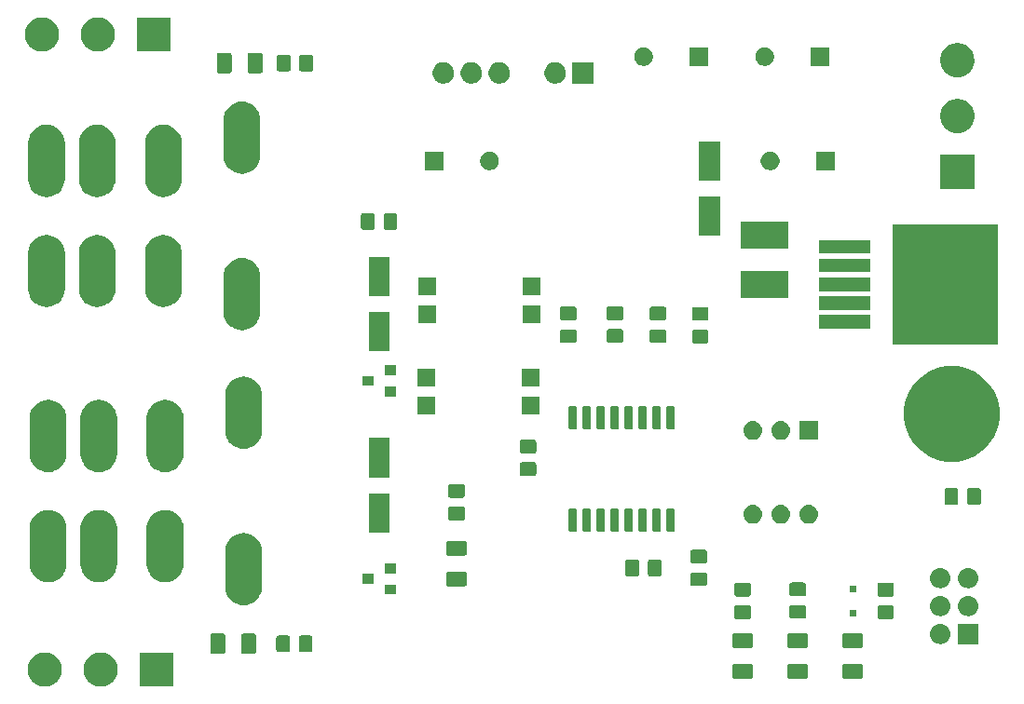
<source format=gbr>
G04 #@! TF.GenerationSoftware,KiCad,Pcbnew,(5.1.4)-1*
G04 #@! TF.CreationDate,2020-01-12T19:46:33+08:00*
G04 #@! TF.ProjectId,i2c x2 relays socketed,69326320-7832-4207-9265-6c6179732073,rev?*
G04 #@! TF.SameCoordinates,Original*
G04 #@! TF.FileFunction,Soldermask,Top*
G04 #@! TF.FilePolarity,Negative*
%FSLAX46Y46*%
G04 Gerber Fmt 4.6, Leading zero omitted, Abs format (unit mm)*
G04 Created by KiCad (PCBNEW (5.1.4)-1) date 2020-01-12 19:46:33*
%MOMM*%
%LPD*%
G04 APERTURE LIST*
%ADD10C,0.100000*%
G04 APERTURE END LIST*
D10*
G36*
X7777077Y-56705826D02*
G01*
X8042410Y-56758604D01*
X8324674Y-56875521D01*
X8578705Y-57045259D01*
X8794741Y-57261295D01*
X8964479Y-57515326D01*
X9081396Y-57797590D01*
X9141000Y-58097240D01*
X9141000Y-58402760D01*
X9081396Y-58702410D01*
X8964479Y-58984674D01*
X8794741Y-59238705D01*
X8578705Y-59454741D01*
X8324674Y-59624479D01*
X8042410Y-59741396D01*
X7892585Y-59771198D01*
X7742761Y-59801000D01*
X7437239Y-59801000D01*
X7287415Y-59771198D01*
X7137590Y-59741396D01*
X6855326Y-59624479D01*
X6601295Y-59454741D01*
X6385259Y-59238705D01*
X6215521Y-58984674D01*
X6098604Y-58702410D01*
X6039000Y-58402760D01*
X6039000Y-58097240D01*
X6098604Y-57797590D01*
X6215521Y-57515326D01*
X6385259Y-57261295D01*
X6601295Y-57045259D01*
X6855326Y-56875521D01*
X7137590Y-56758604D01*
X7402923Y-56705826D01*
X7437239Y-56699000D01*
X7742761Y-56699000D01*
X7777077Y-56705826D01*
X7777077Y-56705826D01*
G37*
G36*
X12857077Y-56705826D02*
G01*
X13122410Y-56758604D01*
X13404674Y-56875521D01*
X13658705Y-57045259D01*
X13874741Y-57261295D01*
X14044479Y-57515326D01*
X14161396Y-57797590D01*
X14221000Y-58097240D01*
X14221000Y-58402760D01*
X14161396Y-58702410D01*
X14044479Y-58984674D01*
X13874741Y-59238705D01*
X13658705Y-59454741D01*
X13404674Y-59624479D01*
X13122410Y-59741396D01*
X12972585Y-59771198D01*
X12822761Y-59801000D01*
X12517239Y-59801000D01*
X12367415Y-59771198D01*
X12217590Y-59741396D01*
X11935326Y-59624479D01*
X11681295Y-59454741D01*
X11465259Y-59238705D01*
X11295521Y-58984674D01*
X11178604Y-58702410D01*
X11119000Y-58402760D01*
X11119000Y-58097240D01*
X11178604Y-57797590D01*
X11295521Y-57515326D01*
X11465259Y-57261295D01*
X11681295Y-57045259D01*
X11935326Y-56875521D01*
X12217590Y-56758604D01*
X12482923Y-56705826D01*
X12517239Y-56699000D01*
X12822761Y-56699000D01*
X12857077Y-56705826D01*
X12857077Y-56705826D01*
G37*
G36*
X19301000Y-59801000D02*
G01*
X16199000Y-59801000D01*
X16199000Y-56699000D01*
X19301000Y-56699000D01*
X19301000Y-59801000D01*
X19301000Y-59801000D01*
G37*
G36*
X81768604Y-57728347D02*
G01*
X81805144Y-57739432D01*
X81838821Y-57757433D01*
X81868341Y-57781659D01*
X81892567Y-57811179D01*
X81910568Y-57844856D01*
X81921653Y-57881396D01*
X81926000Y-57925538D01*
X81926000Y-58874462D01*
X81921653Y-58918604D01*
X81910568Y-58955144D01*
X81892567Y-58988821D01*
X81868341Y-59018341D01*
X81838821Y-59042567D01*
X81805144Y-59060568D01*
X81768604Y-59071653D01*
X81724462Y-59076000D01*
X80275538Y-59076000D01*
X80231396Y-59071653D01*
X80194856Y-59060568D01*
X80161179Y-59042567D01*
X80131659Y-59018341D01*
X80107433Y-58988821D01*
X80089432Y-58955144D01*
X80078347Y-58918604D01*
X80074000Y-58874462D01*
X80074000Y-57925538D01*
X80078347Y-57881396D01*
X80089432Y-57844856D01*
X80107433Y-57811179D01*
X80131659Y-57781659D01*
X80161179Y-57757433D01*
X80194856Y-57739432D01*
X80231396Y-57728347D01*
X80275538Y-57724000D01*
X81724462Y-57724000D01*
X81768604Y-57728347D01*
X81768604Y-57728347D01*
G37*
G36*
X71768604Y-57728347D02*
G01*
X71805144Y-57739432D01*
X71838821Y-57757433D01*
X71868341Y-57781659D01*
X71892567Y-57811179D01*
X71910568Y-57844856D01*
X71921653Y-57881396D01*
X71926000Y-57925538D01*
X71926000Y-58874462D01*
X71921653Y-58918604D01*
X71910568Y-58955144D01*
X71892567Y-58988821D01*
X71868341Y-59018341D01*
X71838821Y-59042567D01*
X71805144Y-59060568D01*
X71768604Y-59071653D01*
X71724462Y-59076000D01*
X70275538Y-59076000D01*
X70231396Y-59071653D01*
X70194856Y-59060568D01*
X70161179Y-59042567D01*
X70131659Y-59018341D01*
X70107433Y-58988821D01*
X70089432Y-58955144D01*
X70078347Y-58918604D01*
X70074000Y-58874462D01*
X70074000Y-57925538D01*
X70078347Y-57881396D01*
X70089432Y-57844856D01*
X70107433Y-57811179D01*
X70131659Y-57781659D01*
X70161179Y-57757433D01*
X70194856Y-57739432D01*
X70231396Y-57728347D01*
X70275538Y-57724000D01*
X71724462Y-57724000D01*
X71768604Y-57728347D01*
X71768604Y-57728347D01*
G37*
G36*
X76768604Y-57728347D02*
G01*
X76805144Y-57739432D01*
X76838821Y-57757433D01*
X76868341Y-57781659D01*
X76892567Y-57811179D01*
X76910568Y-57844856D01*
X76921653Y-57881396D01*
X76926000Y-57925538D01*
X76926000Y-58874462D01*
X76921653Y-58918604D01*
X76910568Y-58955144D01*
X76892567Y-58988821D01*
X76868341Y-59018341D01*
X76838821Y-59042567D01*
X76805144Y-59060568D01*
X76768604Y-59071653D01*
X76724462Y-59076000D01*
X75275538Y-59076000D01*
X75231396Y-59071653D01*
X75194856Y-59060568D01*
X75161179Y-59042567D01*
X75131659Y-59018341D01*
X75107433Y-58988821D01*
X75089432Y-58955144D01*
X75078347Y-58918604D01*
X75074000Y-58874462D01*
X75074000Y-57925538D01*
X75078347Y-57881396D01*
X75089432Y-57844856D01*
X75107433Y-57811179D01*
X75131659Y-57781659D01*
X75161179Y-57757433D01*
X75194856Y-57739432D01*
X75231396Y-57728347D01*
X75275538Y-57724000D01*
X76724462Y-57724000D01*
X76768604Y-57728347D01*
X76768604Y-57728347D01*
G37*
G36*
X23818604Y-54978347D02*
G01*
X23855144Y-54989432D01*
X23888821Y-55007433D01*
X23918341Y-55031659D01*
X23942567Y-55061179D01*
X23960568Y-55094856D01*
X23971653Y-55131396D01*
X23976000Y-55175538D01*
X23976000Y-56624462D01*
X23971653Y-56668604D01*
X23960568Y-56705144D01*
X23942567Y-56738821D01*
X23918341Y-56768341D01*
X23888821Y-56792567D01*
X23855144Y-56810568D01*
X23818604Y-56821653D01*
X23774462Y-56826000D01*
X22825538Y-56826000D01*
X22781396Y-56821653D01*
X22744856Y-56810568D01*
X22711179Y-56792567D01*
X22681659Y-56768341D01*
X22657433Y-56738821D01*
X22639432Y-56705144D01*
X22628347Y-56668604D01*
X22624000Y-56624462D01*
X22624000Y-55175538D01*
X22628347Y-55131396D01*
X22639432Y-55094856D01*
X22657433Y-55061179D01*
X22681659Y-55031659D01*
X22711179Y-55007433D01*
X22744856Y-54989432D01*
X22781396Y-54978347D01*
X22825538Y-54974000D01*
X23774462Y-54974000D01*
X23818604Y-54978347D01*
X23818604Y-54978347D01*
G37*
G36*
X26618604Y-54978347D02*
G01*
X26655144Y-54989432D01*
X26688821Y-55007433D01*
X26718341Y-55031659D01*
X26742567Y-55061179D01*
X26760568Y-55094856D01*
X26771653Y-55131396D01*
X26776000Y-55175538D01*
X26776000Y-56624462D01*
X26771653Y-56668604D01*
X26760568Y-56705144D01*
X26742567Y-56738821D01*
X26718341Y-56768341D01*
X26688821Y-56792567D01*
X26655144Y-56810568D01*
X26618604Y-56821653D01*
X26574462Y-56826000D01*
X25625538Y-56826000D01*
X25581396Y-56821653D01*
X25544856Y-56810568D01*
X25511179Y-56792567D01*
X25481659Y-56768341D01*
X25457433Y-56738821D01*
X25439432Y-56705144D01*
X25428347Y-56668604D01*
X25424000Y-56624462D01*
X25424000Y-55175538D01*
X25428347Y-55131396D01*
X25439432Y-55094856D01*
X25457433Y-55061179D01*
X25481659Y-55031659D01*
X25511179Y-55007433D01*
X25544856Y-54989432D01*
X25581396Y-54978347D01*
X25625538Y-54974000D01*
X26574462Y-54974000D01*
X26618604Y-54978347D01*
X26618604Y-54978347D01*
G37*
G36*
X31763674Y-55153465D02*
G01*
X31801367Y-55164899D01*
X31836103Y-55183466D01*
X31866548Y-55208452D01*
X31891534Y-55238897D01*
X31910101Y-55273633D01*
X31921535Y-55311326D01*
X31926000Y-55356661D01*
X31926000Y-56443339D01*
X31921535Y-56488674D01*
X31910101Y-56526367D01*
X31891534Y-56561103D01*
X31866548Y-56591548D01*
X31836103Y-56616534D01*
X31801367Y-56635101D01*
X31763674Y-56646535D01*
X31718339Y-56651000D01*
X30881661Y-56651000D01*
X30836326Y-56646535D01*
X30798633Y-56635101D01*
X30763897Y-56616534D01*
X30733452Y-56591548D01*
X30708466Y-56561103D01*
X30689899Y-56526367D01*
X30678465Y-56488674D01*
X30674000Y-56443339D01*
X30674000Y-55356661D01*
X30678465Y-55311326D01*
X30689899Y-55273633D01*
X30708466Y-55238897D01*
X30733452Y-55208452D01*
X30763897Y-55183466D01*
X30798633Y-55164899D01*
X30836326Y-55153465D01*
X30881661Y-55149000D01*
X31718339Y-55149000D01*
X31763674Y-55153465D01*
X31763674Y-55153465D01*
G37*
G36*
X29713674Y-55153465D02*
G01*
X29751367Y-55164899D01*
X29786103Y-55183466D01*
X29816548Y-55208452D01*
X29841534Y-55238897D01*
X29860101Y-55273633D01*
X29871535Y-55311326D01*
X29876000Y-55356661D01*
X29876000Y-56443339D01*
X29871535Y-56488674D01*
X29860101Y-56526367D01*
X29841534Y-56561103D01*
X29816548Y-56591548D01*
X29786103Y-56616534D01*
X29751367Y-56635101D01*
X29713674Y-56646535D01*
X29668339Y-56651000D01*
X28831661Y-56651000D01*
X28786326Y-56646535D01*
X28748633Y-56635101D01*
X28713897Y-56616534D01*
X28683452Y-56591548D01*
X28658466Y-56561103D01*
X28639899Y-56526367D01*
X28628465Y-56488674D01*
X28624000Y-56443339D01*
X28624000Y-55356661D01*
X28628465Y-55311326D01*
X28639899Y-55273633D01*
X28658466Y-55238897D01*
X28683452Y-55208452D01*
X28713897Y-55183466D01*
X28748633Y-55164899D01*
X28786326Y-55153465D01*
X28831661Y-55149000D01*
X29668339Y-55149000D01*
X29713674Y-55153465D01*
X29713674Y-55153465D01*
G37*
G36*
X81768604Y-54928347D02*
G01*
X81805144Y-54939432D01*
X81838821Y-54957433D01*
X81868341Y-54981659D01*
X81892567Y-55011179D01*
X81910568Y-55044856D01*
X81921653Y-55081396D01*
X81926000Y-55125538D01*
X81926000Y-56074462D01*
X81921653Y-56118604D01*
X81910568Y-56155144D01*
X81892567Y-56188821D01*
X81868341Y-56218341D01*
X81838821Y-56242567D01*
X81805144Y-56260568D01*
X81768604Y-56271653D01*
X81724462Y-56276000D01*
X80275538Y-56276000D01*
X80231396Y-56271653D01*
X80194856Y-56260568D01*
X80161179Y-56242567D01*
X80131659Y-56218341D01*
X80107433Y-56188821D01*
X80089432Y-56155144D01*
X80078347Y-56118604D01*
X80074000Y-56074462D01*
X80074000Y-55125538D01*
X80078347Y-55081396D01*
X80089432Y-55044856D01*
X80107433Y-55011179D01*
X80131659Y-54981659D01*
X80161179Y-54957433D01*
X80194856Y-54939432D01*
X80231396Y-54928347D01*
X80275538Y-54924000D01*
X81724462Y-54924000D01*
X81768604Y-54928347D01*
X81768604Y-54928347D01*
G37*
G36*
X76768604Y-54928347D02*
G01*
X76805144Y-54939432D01*
X76838821Y-54957433D01*
X76868341Y-54981659D01*
X76892567Y-55011179D01*
X76910568Y-55044856D01*
X76921653Y-55081396D01*
X76926000Y-55125538D01*
X76926000Y-56074462D01*
X76921653Y-56118604D01*
X76910568Y-56155144D01*
X76892567Y-56188821D01*
X76868341Y-56218341D01*
X76838821Y-56242567D01*
X76805144Y-56260568D01*
X76768604Y-56271653D01*
X76724462Y-56276000D01*
X75275538Y-56276000D01*
X75231396Y-56271653D01*
X75194856Y-56260568D01*
X75161179Y-56242567D01*
X75131659Y-56218341D01*
X75107433Y-56188821D01*
X75089432Y-56155144D01*
X75078347Y-56118604D01*
X75074000Y-56074462D01*
X75074000Y-55125538D01*
X75078347Y-55081396D01*
X75089432Y-55044856D01*
X75107433Y-55011179D01*
X75131659Y-54981659D01*
X75161179Y-54957433D01*
X75194856Y-54939432D01*
X75231396Y-54928347D01*
X75275538Y-54924000D01*
X76724462Y-54924000D01*
X76768604Y-54928347D01*
X76768604Y-54928347D01*
G37*
G36*
X71768604Y-54928347D02*
G01*
X71805144Y-54939432D01*
X71838821Y-54957433D01*
X71868341Y-54981659D01*
X71892567Y-55011179D01*
X71910568Y-55044856D01*
X71921653Y-55081396D01*
X71926000Y-55125538D01*
X71926000Y-56074462D01*
X71921653Y-56118604D01*
X71910568Y-56155144D01*
X71892567Y-56188821D01*
X71868341Y-56218341D01*
X71838821Y-56242567D01*
X71805144Y-56260568D01*
X71768604Y-56271653D01*
X71724462Y-56276000D01*
X70275538Y-56276000D01*
X70231396Y-56271653D01*
X70194856Y-56260568D01*
X70161179Y-56242567D01*
X70131659Y-56218341D01*
X70107433Y-56188821D01*
X70089432Y-56155144D01*
X70078347Y-56118604D01*
X70074000Y-56074462D01*
X70074000Y-55125538D01*
X70078347Y-55081396D01*
X70089432Y-55044856D01*
X70107433Y-55011179D01*
X70131659Y-54981659D01*
X70161179Y-54957433D01*
X70194856Y-54939432D01*
X70231396Y-54928347D01*
X70275538Y-54924000D01*
X71724462Y-54924000D01*
X71768604Y-54928347D01*
X71768604Y-54928347D01*
G37*
G36*
X92414600Y-55914600D02*
G01*
X90585400Y-55914600D01*
X90585400Y-54085400D01*
X92414600Y-54085400D01*
X92414600Y-55914600D01*
X92414600Y-55914600D01*
G37*
G36*
X89139294Y-54098633D02*
G01*
X89311695Y-54150931D01*
X89470583Y-54235858D01*
X89609849Y-54350151D01*
X89724142Y-54489417D01*
X89809069Y-54648305D01*
X89861367Y-54820706D01*
X89879025Y-55000000D01*
X89861367Y-55179294D01*
X89809069Y-55351695D01*
X89724142Y-55510583D01*
X89609849Y-55649849D01*
X89470583Y-55764142D01*
X89311695Y-55849069D01*
X89139294Y-55901367D01*
X89004931Y-55914600D01*
X88915069Y-55914600D01*
X88780706Y-55901367D01*
X88608305Y-55849069D01*
X88449417Y-55764142D01*
X88310151Y-55649849D01*
X88195858Y-55510583D01*
X88110931Y-55351695D01*
X88058633Y-55179294D01*
X88040975Y-55000000D01*
X88058633Y-54820706D01*
X88110931Y-54648305D01*
X88195858Y-54489417D01*
X88310151Y-54350151D01*
X88449417Y-54235858D01*
X88608305Y-54150931D01*
X88780706Y-54098633D01*
X88915069Y-54085400D01*
X89004931Y-54085400D01*
X89139294Y-54098633D01*
X89139294Y-54098633D01*
G37*
G36*
X84588674Y-52403465D02*
G01*
X84626367Y-52414899D01*
X84661103Y-52433466D01*
X84691548Y-52458452D01*
X84716534Y-52488897D01*
X84735101Y-52523633D01*
X84746535Y-52561326D01*
X84751000Y-52606661D01*
X84751000Y-53443339D01*
X84746535Y-53488674D01*
X84735101Y-53526367D01*
X84716534Y-53561103D01*
X84691548Y-53591548D01*
X84661103Y-53616534D01*
X84626367Y-53635101D01*
X84588674Y-53646535D01*
X84543339Y-53651000D01*
X83456661Y-53651000D01*
X83411326Y-53646535D01*
X83373633Y-53635101D01*
X83338897Y-53616534D01*
X83308452Y-53591548D01*
X83283466Y-53561103D01*
X83264899Y-53526367D01*
X83253465Y-53488674D01*
X83249000Y-53443339D01*
X83249000Y-52606661D01*
X83253465Y-52561326D01*
X83264899Y-52523633D01*
X83283466Y-52488897D01*
X83308452Y-52458452D01*
X83338897Y-52433466D01*
X83373633Y-52414899D01*
X83411326Y-52403465D01*
X83456661Y-52399000D01*
X84543339Y-52399000D01*
X84588674Y-52403465D01*
X84588674Y-52403465D01*
G37*
G36*
X71588674Y-52403465D02*
G01*
X71626367Y-52414899D01*
X71661103Y-52433466D01*
X71691548Y-52458452D01*
X71716534Y-52488897D01*
X71735101Y-52523633D01*
X71746535Y-52561326D01*
X71751000Y-52606661D01*
X71751000Y-53443339D01*
X71746535Y-53488674D01*
X71735101Y-53526367D01*
X71716534Y-53561103D01*
X71691548Y-53591548D01*
X71661103Y-53616534D01*
X71626367Y-53635101D01*
X71588674Y-53646535D01*
X71543339Y-53651000D01*
X70456661Y-53651000D01*
X70411326Y-53646535D01*
X70373633Y-53635101D01*
X70338897Y-53616534D01*
X70308452Y-53591548D01*
X70283466Y-53561103D01*
X70264899Y-53526367D01*
X70253465Y-53488674D01*
X70249000Y-53443339D01*
X70249000Y-52606661D01*
X70253465Y-52561326D01*
X70264899Y-52523633D01*
X70283466Y-52488897D01*
X70308452Y-52458452D01*
X70338897Y-52433466D01*
X70373633Y-52414899D01*
X70411326Y-52403465D01*
X70456661Y-52399000D01*
X71543339Y-52399000D01*
X71588674Y-52403465D01*
X71588674Y-52403465D01*
G37*
G36*
X76588674Y-52378465D02*
G01*
X76626367Y-52389899D01*
X76661103Y-52408466D01*
X76691548Y-52433452D01*
X76716534Y-52463897D01*
X76735101Y-52498633D01*
X76746535Y-52536326D01*
X76751000Y-52581661D01*
X76751000Y-53418339D01*
X76746535Y-53463674D01*
X76735101Y-53501367D01*
X76716534Y-53536103D01*
X76691548Y-53566548D01*
X76661103Y-53591534D01*
X76626367Y-53610101D01*
X76588674Y-53621535D01*
X76543339Y-53626000D01*
X75456661Y-53626000D01*
X75411326Y-53621535D01*
X75373633Y-53610101D01*
X75338897Y-53591534D01*
X75308452Y-53566548D01*
X75283466Y-53536103D01*
X75264899Y-53501367D01*
X75253465Y-53463674D01*
X75249000Y-53418339D01*
X75249000Y-52581661D01*
X75253465Y-52536326D01*
X75264899Y-52498633D01*
X75283466Y-52463897D01*
X75308452Y-52433452D01*
X75338897Y-52408466D01*
X75373633Y-52389899D01*
X75411326Y-52378465D01*
X75456661Y-52374000D01*
X76543339Y-52374000D01*
X76588674Y-52378465D01*
X76588674Y-52378465D01*
G37*
G36*
X81301000Y-53401000D02*
G01*
X80699000Y-53401000D01*
X80699000Y-52799000D01*
X81301000Y-52799000D01*
X81301000Y-53401000D01*
X81301000Y-53401000D01*
G37*
G36*
X89139294Y-51558633D02*
G01*
X89311695Y-51610931D01*
X89470583Y-51695858D01*
X89609849Y-51810151D01*
X89724142Y-51949417D01*
X89809069Y-52108305D01*
X89861367Y-52280706D01*
X89879025Y-52460000D01*
X89861367Y-52639294D01*
X89809069Y-52811695D01*
X89724142Y-52970583D01*
X89609849Y-53109849D01*
X89470583Y-53224142D01*
X89311695Y-53309069D01*
X89139294Y-53361367D01*
X89004931Y-53374600D01*
X88915069Y-53374600D01*
X88780706Y-53361367D01*
X88608305Y-53309069D01*
X88449417Y-53224142D01*
X88310151Y-53109849D01*
X88195858Y-52970583D01*
X88110931Y-52811695D01*
X88058633Y-52639294D01*
X88040975Y-52460000D01*
X88058633Y-52280706D01*
X88110931Y-52108305D01*
X88195858Y-51949417D01*
X88310151Y-51810151D01*
X88449417Y-51695858D01*
X88608305Y-51610931D01*
X88780706Y-51558633D01*
X88915069Y-51545400D01*
X89004931Y-51545400D01*
X89139294Y-51558633D01*
X89139294Y-51558633D01*
G37*
G36*
X91679294Y-51558633D02*
G01*
X91851695Y-51610931D01*
X92010583Y-51695858D01*
X92149849Y-51810151D01*
X92264142Y-51949417D01*
X92349069Y-52108305D01*
X92401367Y-52280706D01*
X92419025Y-52460000D01*
X92401367Y-52639294D01*
X92349069Y-52811695D01*
X92264142Y-52970583D01*
X92149849Y-53109849D01*
X92010583Y-53224142D01*
X91851695Y-53309069D01*
X91679294Y-53361367D01*
X91544931Y-53374600D01*
X91455069Y-53374600D01*
X91320706Y-53361367D01*
X91148305Y-53309069D01*
X90989417Y-53224142D01*
X90850151Y-53109849D01*
X90735858Y-52970583D01*
X90650931Y-52811695D01*
X90598633Y-52639294D01*
X90580975Y-52460000D01*
X90598633Y-52280706D01*
X90650931Y-52108305D01*
X90735858Y-51949417D01*
X90850151Y-51810151D01*
X90989417Y-51695858D01*
X91148305Y-51610931D01*
X91320706Y-51558633D01*
X91455069Y-51545400D01*
X91544931Y-51545400D01*
X91679294Y-51558633D01*
X91679294Y-51558633D01*
G37*
G36*
X25983377Y-45863075D02*
G01*
X25983380Y-45863076D01*
X25983381Y-45863076D01*
X26297028Y-45958220D01*
X26586086Y-46112724D01*
X26652086Y-46166889D01*
X26839448Y-46320652D01*
X26993211Y-46508014D01*
X27047376Y-46574014D01*
X27201880Y-46863072D01*
X27297024Y-47176719D01*
X27297025Y-47176723D01*
X27321100Y-47421163D01*
X27321100Y-50810437D01*
X27297025Y-51054877D01*
X27297024Y-51054880D01*
X27297024Y-51054881D01*
X27201880Y-51368528D01*
X27201878Y-51368531D01*
X27201878Y-51368532D01*
X27180791Y-51407983D01*
X27047376Y-51657586D01*
X27015967Y-51695858D01*
X26839448Y-51910948D01*
X26652084Y-52064712D01*
X26586085Y-52118876D01*
X26297027Y-52273380D01*
X25983380Y-52368524D01*
X25983379Y-52368524D01*
X25983376Y-52368525D01*
X25657200Y-52400650D01*
X25331023Y-52368525D01*
X25331020Y-52368524D01*
X25331019Y-52368524D01*
X25017372Y-52273380D01*
X24728314Y-52118876D01*
X24662314Y-52064711D01*
X24474952Y-51910948D01*
X24267025Y-51657586D01*
X24267024Y-51657585D01*
X24194169Y-51521282D01*
X24112522Y-51368531D01*
X24112521Y-51368528D01*
X24112520Y-51368527D01*
X24017376Y-51054880D01*
X24017376Y-51054879D01*
X24017375Y-51054876D01*
X23993300Y-50810436D01*
X23993301Y-47421163D01*
X24017376Y-47176723D01*
X24017377Y-47176719D01*
X24112521Y-46863072D01*
X24267025Y-46574014D01*
X24321190Y-46508014D01*
X24474953Y-46320652D01*
X24662315Y-46166889D01*
X24728315Y-46112724D01*
X25017373Y-45958220D01*
X25331020Y-45863076D01*
X25331021Y-45863076D01*
X25331024Y-45863075D01*
X25657200Y-45830950D01*
X25983377Y-45863075D01*
X25983377Y-45863075D01*
G37*
G36*
X84588674Y-50353465D02*
G01*
X84626367Y-50364899D01*
X84661103Y-50383466D01*
X84691548Y-50408452D01*
X84716534Y-50438897D01*
X84735101Y-50473633D01*
X84746535Y-50511326D01*
X84751000Y-50556661D01*
X84751000Y-51393339D01*
X84746535Y-51438674D01*
X84735101Y-51476367D01*
X84716534Y-51511103D01*
X84691548Y-51541548D01*
X84661103Y-51566534D01*
X84626367Y-51585101D01*
X84588674Y-51596535D01*
X84543339Y-51601000D01*
X83456661Y-51601000D01*
X83411326Y-51596535D01*
X83373633Y-51585101D01*
X83338897Y-51566534D01*
X83308452Y-51541548D01*
X83283466Y-51511103D01*
X83264899Y-51476367D01*
X83253465Y-51438674D01*
X83249000Y-51393339D01*
X83249000Y-50556661D01*
X83253465Y-50511326D01*
X83264899Y-50473633D01*
X83283466Y-50438897D01*
X83308452Y-50408452D01*
X83338897Y-50383466D01*
X83373633Y-50364899D01*
X83411326Y-50353465D01*
X83456661Y-50349000D01*
X84543339Y-50349000D01*
X84588674Y-50353465D01*
X84588674Y-50353465D01*
G37*
G36*
X71588674Y-50353465D02*
G01*
X71626367Y-50364899D01*
X71661103Y-50383466D01*
X71691548Y-50408452D01*
X71716534Y-50438897D01*
X71735101Y-50473633D01*
X71746535Y-50511326D01*
X71751000Y-50556661D01*
X71751000Y-51393339D01*
X71746535Y-51438674D01*
X71735101Y-51476367D01*
X71716534Y-51511103D01*
X71691548Y-51541548D01*
X71661103Y-51566534D01*
X71626367Y-51585101D01*
X71588674Y-51596535D01*
X71543339Y-51601000D01*
X70456661Y-51601000D01*
X70411326Y-51596535D01*
X70373633Y-51585101D01*
X70338897Y-51566534D01*
X70308452Y-51541548D01*
X70283466Y-51511103D01*
X70264899Y-51476367D01*
X70253465Y-51438674D01*
X70249000Y-51393339D01*
X70249000Y-50556661D01*
X70253465Y-50511326D01*
X70264899Y-50473633D01*
X70283466Y-50438897D01*
X70308452Y-50408452D01*
X70338897Y-50383466D01*
X70373633Y-50364899D01*
X70411326Y-50353465D01*
X70456661Y-50349000D01*
X71543339Y-50349000D01*
X71588674Y-50353465D01*
X71588674Y-50353465D01*
G37*
G36*
X76588674Y-50328465D02*
G01*
X76626367Y-50339899D01*
X76661103Y-50358466D01*
X76691548Y-50383452D01*
X76716534Y-50413897D01*
X76735101Y-50448633D01*
X76746535Y-50486326D01*
X76751000Y-50531661D01*
X76751000Y-51368339D01*
X76746535Y-51413674D01*
X76735101Y-51451367D01*
X76716534Y-51486103D01*
X76691548Y-51516548D01*
X76661103Y-51541534D01*
X76626367Y-51560101D01*
X76588674Y-51571535D01*
X76543339Y-51576000D01*
X75456661Y-51576000D01*
X75411326Y-51571535D01*
X75373633Y-51560101D01*
X75338897Y-51541534D01*
X75308452Y-51516548D01*
X75283466Y-51486103D01*
X75264899Y-51451367D01*
X75253465Y-51413674D01*
X75249000Y-51368339D01*
X75249000Y-50531661D01*
X75253465Y-50486326D01*
X75264899Y-50448633D01*
X75283466Y-50413897D01*
X75308452Y-50383452D01*
X75338897Y-50358466D01*
X75373633Y-50339899D01*
X75411326Y-50328465D01*
X75456661Y-50324000D01*
X76543339Y-50324000D01*
X76588674Y-50328465D01*
X76588674Y-50328465D01*
G37*
G36*
X39501000Y-51401000D02*
G01*
X38499000Y-51401000D01*
X38499000Y-50499000D01*
X39501000Y-50499000D01*
X39501000Y-51401000D01*
X39501000Y-51401000D01*
G37*
G36*
X81301000Y-51201000D02*
G01*
X80699000Y-51201000D01*
X80699000Y-50599000D01*
X81301000Y-50599000D01*
X81301000Y-51201000D01*
X81301000Y-51201000D01*
G37*
G36*
X89139294Y-49018633D02*
G01*
X89311695Y-49070931D01*
X89470583Y-49155858D01*
X89609849Y-49270151D01*
X89724142Y-49409417D01*
X89809069Y-49568305D01*
X89861367Y-49740706D01*
X89879025Y-49920000D01*
X89861367Y-50099294D01*
X89809069Y-50271695D01*
X89724142Y-50430583D01*
X89609849Y-50569849D01*
X89470583Y-50684142D01*
X89311695Y-50769069D01*
X89139294Y-50821367D01*
X89004931Y-50834600D01*
X88915069Y-50834600D01*
X88780706Y-50821367D01*
X88608305Y-50769069D01*
X88449417Y-50684142D01*
X88310151Y-50569849D01*
X88195858Y-50430583D01*
X88110931Y-50271695D01*
X88058633Y-50099294D01*
X88040975Y-49920000D01*
X88058633Y-49740706D01*
X88110931Y-49568305D01*
X88195858Y-49409417D01*
X88310151Y-49270151D01*
X88449417Y-49155858D01*
X88608305Y-49070931D01*
X88780706Y-49018633D01*
X88915069Y-49005400D01*
X89004931Y-49005400D01*
X89139294Y-49018633D01*
X89139294Y-49018633D01*
G37*
G36*
X91679294Y-49018633D02*
G01*
X91851695Y-49070931D01*
X92010583Y-49155858D01*
X92149849Y-49270151D01*
X92264142Y-49409417D01*
X92349069Y-49568305D01*
X92401367Y-49740706D01*
X92419025Y-49920000D01*
X92401367Y-50099294D01*
X92349069Y-50271695D01*
X92264142Y-50430583D01*
X92149849Y-50569849D01*
X92010583Y-50684142D01*
X91851695Y-50769069D01*
X91679294Y-50821367D01*
X91544931Y-50834600D01*
X91455069Y-50834600D01*
X91320706Y-50821367D01*
X91148305Y-50769069D01*
X90989417Y-50684142D01*
X90850151Y-50569849D01*
X90735858Y-50430583D01*
X90650931Y-50271695D01*
X90598633Y-50099294D01*
X90580975Y-49920000D01*
X90598633Y-49740706D01*
X90650931Y-49568305D01*
X90735858Y-49409417D01*
X90850151Y-49270151D01*
X90989417Y-49155858D01*
X91148305Y-49070931D01*
X91320706Y-49018633D01*
X91455069Y-49005400D01*
X91544931Y-49005400D01*
X91679294Y-49018633D01*
X91679294Y-49018633D01*
G37*
G36*
X45768604Y-49328347D02*
G01*
X45805144Y-49339432D01*
X45838821Y-49357433D01*
X45868341Y-49381659D01*
X45892567Y-49411179D01*
X45910568Y-49444856D01*
X45921653Y-49481396D01*
X45926000Y-49525538D01*
X45926000Y-50474462D01*
X45921653Y-50518604D01*
X45910568Y-50555144D01*
X45892567Y-50588821D01*
X45868341Y-50618341D01*
X45838821Y-50642567D01*
X45805144Y-50660568D01*
X45768604Y-50671653D01*
X45724462Y-50676000D01*
X44275538Y-50676000D01*
X44231396Y-50671653D01*
X44194856Y-50660568D01*
X44161179Y-50642567D01*
X44131659Y-50618341D01*
X44107433Y-50588821D01*
X44089432Y-50555144D01*
X44078347Y-50518604D01*
X44074000Y-50474462D01*
X44074000Y-49525538D01*
X44078347Y-49481396D01*
X44089432Y-49444856D01*
X44107433Y-49411179D01*
X44131659Y-49381659D01*
X44161179Y-49357433D01*
X44194856Y-49339432D01*
X44231396Y-49328347D01*
X44275538Y-49324000D01*
X45724462Y-49324000D01*
X45768604Y-49328347D01*
X45768604Y-49328347D01*
G37*
G36*
X67588674Y-49403465D02*
G01*
X67626367Y-49414899D01*
X67661103Y-49433466D01*
X67691548Y-49458452D01*
X67716534Y-49488897D01*
X67735101Y-49523633D01*
X67746535Y-49561326D01*
X67751000Y-49606661D01*
X67751000Y-50443339D01*
X67746535Y-50488674D01*
X67735101Y-50526367D01*
X67716534Y-50561103D01*
X67691548Y-50591548D01*
X67661103Y-50616534D01*
X67626367Y-50635101D01*
X67588674Y-50646535D01*
X67543339Y-50651000D01*
X66456661Y-50651000D01*
X66411326Y-50646535D01*
X66373633Y-50635101D01*
X66338897Y-50616534D01*
X66308452Y-50591548D01*
X66283466Y-50561103D01*
X66264899Y-50526367D01*
X66253465Y-50488674D01*
X66249000Y-50443339D01*
X66249000Y-49606661D01*
X66253465Y-49561326D01*
X66264899Y-49523633D01*
X66283466Y-49488897D01*
X66308452Y-49458452D01*
X66338897Y-49433466D01*
X66373633Y-49414899D01*
X66411326Y-49403465D01*
X66456661Y-49399000D01*
X67543339Y-49399000D01*
X67588674Y-49403465D01*
X67588674Y-49403465D01*
G37*
G36*
X37501000Y-50451000D02*
G01*
X36499000Y-50451000D01*
X36499000Y-49549000D01*
X37501000Y-49549000D01*
X37501000Y-50451000D01*
X37501000Y-50451000D01*
G37*
G36*
X18845977Y-43754875D02*
G01*
X18845980Y-43754876D01*
X18845981Y-43754876D01*
X19159628Y-43850020D01*
X19448686Y-44004524D01*
X19514686Y-44058689D01*
X19702048Y-44212452D01*
X19855811Y-44399814D01*
X19909976Y-44465814D01*
X20064480Y-44754872D01*
X20159624Y-45068519D01*
X20159625Y-45068523D01*
X20183700Y-45312963D01*
X20183700Y-48702237D01*
X20159625Y-48946677D01*
X20159624Y-48946680D01*
X20159624Y-48946681D01*
X20064480Y-49260328D01*
X20064478Y-49260331D01*
X20064478Y-49260332D01*
X20022198Y-49339432D01*
X19909976Y-49549386D01*
X19877733Y-49588674D01*
X19702048Y-49802748D01*
X19559174Y-49920000D01*
X19448685Y-50010676D01*
X19448683Y-50010677D01*
X19282894Y-50099293D01*
X19159627Y-50165180D01*
X18845980Y-50260324D01*
X18845979Y-50260324D01*
X18845976Y-50260325D01*
X18519800Y-50292450D01*
X18193623Y-50260325D01*
X18193620Y-50260324D01*
X18193619Y-50260324D01*
X17879972Y-50165180D01*
X17756706Y-50099293D01*
X17590916Y-50010677D01*
X17590914Y-50010676D01*
X17524914Y-49956511D01*
X17337552Y-49802748D01*
X17161868Y-49588674D01*
X17129624Y-49549385D01*
X17027024Y-49357433D01*
X16975122Y-49260331D01*
X16975121Y-49260328D01*
X16975120Y-49260327D01*
X16879976Y-48946680D01*
X16879976Y-48946679D01*
X16879975Y-48946676D01*
X16855900Y-48702236D01*
X16855901Y-45312963D01*
X16879976Y-45068523D01*
X16879977Y-45068519D01*
X16975121Y-44754872D01*
X17129625Y-44465814D01*
X17183790Y-44399814D01*
X17337553Y-44212452D01*
X17524915Y-44058689D01*
X17590915Y-44004524D01*
X17879973Y-43850020D01*
X18193620Y-43754876D01*
X18193621Y-43754876D01*
X18193624Y-43754875D01*
X18519800Y-43722750D01*
X18845977Y-43754875D01*
X18845977Y-43754875D01*
G37*
G36*
X12826177Y-43754875D02*
G01*
X12826180Y-43754876D01*
X12826181Y-43754876D01*
X13139828Y-43850020D01*
X13428886Y-44004524D01*
X13494886Y-44058689D01*
X13682248Y-44212452D01*
X13836011Y-44399814D01*
X13890176Y-44465814D01*
X14044680Y-44754872D01*
X14139824Y-45068519D01*
X14139825Y-45068523D01*
X14163900Y-45312963D01*
X14163900Y-48702237D01*
X14139825Y-48946677D01*
X14139824Y-48946680D01*
X14139824Y-48946681D01*
X14044680Y-49260328D01*
X14044678Y-49260331D01*
X14044678Y-49260332D01*
X14002398Y-49339432D01*
X13890176Y-49549386D01*
X13857933Y-49588674D01*
X13682248Y-49802748D01*
X13539374Y-49920000D01*
X13428885Y-50010676D01*
X13428883Y-50010677D01*
X13263094Y-50099293D01*
X13139827Y-50165180D01*
X12826180Y-50260324D01*
X12826179Y-50260324D01*
X12826176Y-50260325D01*
X12500000Y-50292450D01*
X12173823Y-50260325D01*
X12173820Y-50260324D01*
X12173819Y-50260324D01*
X11860172Y-50165180D01*
X11736906Y-50099293D01*
X11571116Y-50010677D01*
X11571114Y-50010676D01*
X11505114Y-49956511D01*
X11317752Y-49802748D01*
X11142068Y-49588674D01*
X11109824Y-49549385D01*
X11007224Y-49357433D01*
X10955322Y-49260331D01*
X10955321Y-49260328D01*
X10955320Y-49260327D01*
X10860176Y-48946680D01*
X10860176Y-48946679D01*
X10860175Y-48946676D01*
X10836100Y-48702236D01*
X10836101Y-45312963D01*
X10860176Y-45068523D01*
X10860177Y-45068519D01*
X10955321Y-44754872D01*
X11109825Y-44465814D01*
X11163990Y-44399814D01*
X11317753Y-44212452D01*
X11505115Y-44058689D01*
X11571115Y-44004524D01*
X11860173Y-43850020D01*
X12173820Y-43754876D01*
X12173821Y-43754876D01*
X12173824Y-43754875D01*
X12500000Y-43722750D01*
X12826177Y-43754875D01*
X12826177Y-43754875D01*
G37*
G36*
X8228777Y-43754875D02*
G01*
X8228780Y-43754876D01*
X8228781Y-43754876D01*
X8542428Y-43850020D01*
X8831486Y-44004524D01*
X8897486Y-44058689D01*
X9084848Y-44212452D01*
X9238611Y-44399814D01*
X9292776Y-44465814D01*
X9447280Y-44754872D01*
X9542424Y-45068519D01*
X9542425Y-45068523D01*
X9566500Y-45312963D01*
X9566500Y-48702237D01*
X9542425Y-48946677D01*
X9542424Y-48946680D01*
X9542424Y-48946681D01*
X9447280Y-49260328D01*
X9447278Y-49260331D01*
X9447278Y-49260332D01*
X9404998Y-49339432D01*
X9292776Y-49549386D01*
X9260533Y-49588674D01*
X9084848Y-49802748D01*
X8941974Y-49920000D01*
X8831485Y-50010676D01*
X8831483Y-50010677D01*
X8665694Y-50099293D01*
X8542427Y-50165180D01*
X8228780Y-50260324D01*
X8228779Y-50260324D01*
X8228776Y-50260325D01*
X7902600Y-50292450D01*
X7576423Y-50260325D01*
X7576420Y-50260324D01*
X7576419Y-50260324D01*
X7262772Y-50165180D01*
X7139506Y-50099293D01*
X6973716Y-50010677D01*
X6973714Y-50010676D01*
X6907714Y-49956511D01*
X6720352Y-49802748D01*
X6544668Y-49588674D01*
X6512424Y-49549385D01*
X6409824Y-49357433D01*
X6357922Y-49260331D01*
X6357921Y-49260328D01*
X6357920Y-49260327D01*
X6262776Y-48946680D01*
X6262776Y-48946679D01*
X6262775Y-48946676D01*
X6238700Y-48702236D01*
X6238701Y-45312963D01*
X6262776Y-45068523D01*
X6262777Y-45068519D01*
X6357921Y-44754872D01*
X6512425Y-44465814D01*
X6566590Y-44399814D01*
X6720353Y-44212452D01*
X6907715Y-44058689D01*
X6973715Y-44004524D01*
X7262773Y-43850020D01*
X7576420Y-43754876D01*
X7576421Y-43754876D01*
X7576424Y-43754875D01*
X7902600Y-43722750D01*
X8228777Y-43754875D01*
X8228777Y-43754875D01*
G37*
G36*
X61438674Y-48253465D02*
G01*
X61476367Y-48264899D01*
X61511103Y-48283466D01*
X61541548Y-48308452D01*
X61566534Y-48338897D01*
X61585101Y-48373633D01*
X61596535Y-48411326D01*
X61601000Y-48456661D01*
X61601000Y-49543339D01*
X61596535Y-49588674D01*
X61585101Y-49626367D01*
X61566534Y-49661103D01*
X61541548Y-49691548D01*
X61511103Y-49716534D01*
X61476367Y-49735101D01*
X61438674Y-49746535D01*
X61393339Y-49751000D01*
X60556661Y-49751000D01*
X60511326Y-49746535D01*
X60473633Y-49735101D01*
X60438897Y-49716534D01*
X60408452Y-49691548D01*
X60383466Y-49661103D01*
X60364899Y-49626367D01*
X60353465Y-49588674D01*
X60349000Y-49543339D01*
X60349000Y-48456661D01*
X60353465Y-48411326D01*
X60364899Y-48373633D01*
X60383466Y-48338897D01*
X60408452Y-48308452D01*
X60438897Y-48283466D01*
X60473633Y-48264899D01*
X60511326Y-48253465D01*
X60556661Y-48249000D01*
X61393339Y-48249000D01*
X61438674Y-48253465D01*
X61438674Y-48253465D01*
G37*
G36*
X63488674Y-48253465D02*
G01*
X63526367Y-48264899D01*
X63561103Y-48283466D01*
X63591548Y-48308452D01*
X63616534Y-48338897D01*
X63635101Y-48373633D01*
X63646535Y-48411326D01*
X63651000Y-48456661D01*
X63651000Y-49543339D01*
X63646535Y-49588674D01*
X63635101Y-49626367D01*
X63616534Y-49661103D01*
X63591548Y-49691548D01*
X63561103Y-49716534D01*
X63526367Y-49735101D01*
X63488674Y-49746535D01*
X63443339Y-49751000D01*
X62606661Y-49751000D01*
X62561326Y-49746535D01*
X62523633Y-49735101D01*
X62488897Y-49716534D01*
X62458452Y-49691548D01*
X62433466Y-49661103D01*
X62414899Y-49626367D01*
X62403465Y-49588674D01*
X62399000Y-49543339D01*
X62399000Y-48456661D01*
X62403465Y-48411326D01*
X62414899Y-48373633D01*
X62433466Y-48338897D01*
X62458452Y-48308452D01*
X62488897Y-48283466D01*
X62523633Y-48264899D01*
X62561326Y-48253465D01*
X62606661Y-48249000D01*
X63443339Y-48249000D01*
X63488674Y-48253465D01*
X63488674Y-48253465D01*
G37*
G36*
X39501000Y-49501000D02*
G01*
X38499000Y-49501000D01*
X38499000Y-48599000D01*
X39501000Y-48599000D01*
X39501000Y-49501000D01*
X39501000Y-49501000D01*
G37*
G36*
X67588674Y-47353465D02*
G01*
X67626367Y-47364899D01*
X67661103Y-47383466D01*
X67691548Y-47408452D01*
X67716534Y-47438897D01*
X67735101Y-47473633D01*
X67746535Y-47511326D01*
X67751000Y-47556661D01*
X67751000Y-48393339D01*
X67746535Y-48438674D01*
X67735101Y-48476367D01*
X67716534Y-48511103D01*
X67691548Y-48541548D01*
X67661103Y-48566534D01*
X67626367Y-48585101D01*
X67588674Y-48596535D01*
X67543339Y-48601000D01*
X66456661Y-48601000D01*
X66411326Y-48596535D01*
X66373633Y-48585101D01*
X66338897Y-48566534D01*
X66308452Y-48541548D01*
X66283466Y-48511103D01*
X66264899Y-48476367D01*
X66253465Y-48438674D01*
X66249000Y-48393339D01*
X66249000Y-47556661D01*
X66253465Y-47511326D01*
X66264899Y-47473633D01*
X66283466Y-47438897D01*
X66308452Y-47408452D01*
X66338897Y-47383466D01*
X66373633Y-47364899D01*
X66411326Y-47353465D01*
X66456661Y-47349000D01*
X67543339Y-47349000D01*
X67588674Y-47353465D01*
X67588674Y-47353465D01*
G37*
G36*
X45768604Y-46528347D02*
G01*
X45805144Y-46539432D01*
X45838821Y-46557433D01*
X45868341Y-46581659D01*
X45892567Y-46611179D01*
X45910568Y-46644856D01*
X45921653Y-46681396D01*
X45926000Y-46725538D01*
X45926000Y-47674462D01*
X45921653Y-47718604D01*
X45910568Y-47755144D01*
X45892567Y-47788821D01*
X45868341Y-47818341D01*
X45838821Y-47842567D01*
X45805144Y-47860568D01*
X45768604Y-47871653D01*
X45724462Y-47876000D01*
X44275538Y-47876000D01*
X44231396Y-47871653D01*
X44194856Y-47860568D01*
X44161179Y-47842567D01*
X44131659Y-47818341D01*
X44107433Y-47788821D01*
X44089432Y-47755144D01*
X44078347Y-47718604D01*
X44074000Y-47674462D01*
X44074000Y-46725538D01*
X44078347Y-46681396D01*
X44089432Y-46644856D01*
X44107433Y-46611179D01*
X44131659Y-46581659D01*
X44161179Y-46557433D01*
X44194856Y-46539432D01*
X44231396Y-46528347D01*
X44275538Y-46524000D01*
X45724462Y-46524000D01*
X45768604Y-46528347D01*
X45768604Y-46528347D01*
G37*
G36*
X38951000Y-45801000D02*
G01*
X37049000Y-45801000D01*
X37049000Y-42199000D01*
X38951000Y-42199000D01*
X38951000Y-45801000D01*
X38951000Y-45801000D01*
G37*
G36*
X58354928Y-43576764D02*
G01*
X58376009Y-43583160D01*
X58395445Y-43593548D01*
X58412476Y-43607524D01*
X58426452Y-43624555D01*
X58436840Y-43643991D01*
X58443236Y-43665072D01*
X58446000Y-43693140D01*
X58446000Y-45606860D01*
X58443236Y-45634928D01*
X58436840Y-45656009D01*
X58426452Y-45675445D01*
X58412476Y-45692476D01*
X58395445Y-45706452D01*
X58376009Y-45716840D01*
X58354928Y-45723236D01*
X58326860Y-45726000D01*
X57863140Y-45726000D01*
X57835072Y-45723236D01*
X57813991Y-45716840D01*
X57794555Y-45706452D01*
X57777524Y-45692476D01*
X57763548Y-45675445D01*
X57753160Y-45656009D01*
X57746764Y-45634928D01*
X57744000Y-45606860D01*
X57744000Y-43693140D01*
X57746764Y-43665072D01*
X57753160Y-43643991D01*
X57763548Y-43624555D01*
X57777524Y-43607524D01*
X57794555Y-43593548D01*
X57813991Y-43583160D01*
X57835072Y-43576764D01*
X57863140Y-43574000D01*
X58326860Y-43574000D01*
X58354928Y-43576764D01*
X58354928Y-43576764D01*
G37*
G36*
X57084928Y-43576764D02*
G01*
X57106009Y-43583160D01*
X57125445Y-43593548D01*
X57142476Y-43607524D01*
X57156452Y-43624555D01*
X57166840Y-43643991D01*
X57173236Y-43665072D01*
X57176000Y-43693140D01*
X57176000Y-45606860D01*
X57173236Y-45634928D01*
X57166840Y-45656009D01*
X57156452Y-45675445D01*
X57142476Y-45692476D01*
X57125445Y-45706452D01*
X57106009Y-45716840D01*
X57084928Y-45723236D01*
X57056860Y-45726000D01*
X56593140Y-45726000D01*
X56565072Y-45723236D01*
X56543991Y-45716840D01*
X56524555Y-45706452D01*
X56507524Y-45692476D01*
X56493548Y-45675445D01*
X56483160Y-45656009D01*
X56476764Y-45634928D01*
X56474000Y-45606860D01*
X56474000Y-43693140D01*
X56476764Y-43665072D01*
X56483160Y-43643991D01*
X56493548Y-43624555D01*
X56507524Y-43607524D01*
X56524555Y-43593548D01*
X56543991Y-43583160D01*
X56565072Y-43576764D01*
X56593140Y-43574000D01*
X57056860Y-43574000D01*
X57084928Y-43576764D01*
X57084928Y-43576764D01*
G37*
G36*
X55814928Y-43576764D02*
G01*
X55836009Y-43583160D01*
X55855445Y-43593548D01*
X55872476Y-43607524D01*
X55886452Y-43624555D01*
X55896840Y-43643991D01*
X55903236Y-43665072D01*
X55906000Y-43693140D01*
X55906000Y-45606860D01*
X55903236Y-45634928D01*
X55896840Y-45656009D01*
X55886452Y-45675445D01*
X55872476Y-45692476D01*
X55855445Y-45706452D01*
X55836009Y-45716840D01*
X55814928Y-45723236D01*
X55786860Y-45726000D01*
X55323140Y-45726000D01*
X55295072Y-45723236D01*
X55273991Y-45716840D01*
X55254555Y-45706452D01*
X55237524Y-45692476D01*
X55223548Y-45675445D01*
X55213160Y-45656009D01*
X55206764Y-45634928D01*
X55204000Y-45606860D01*
X55204000Y-43693140D01*
X55206764Y-43665072D01*
X55213160Y-43643991D01*
X55223548Y-43624555D01*
X55237524Y-43607524D01*
X55254555Y-43593548D01*
X55273991Y-43583160D01*
X55295072Y-43576764D01*
X55323140Y-43574000D01*
X55786860Y-43574000D01*
X55814928Y-43576764D01*
X55814928Y-43576764D01*
G37*
G36*
X60894928Y-43576764D02*
G01*
X60916009Y-43583160D01*
X60935445Y-43593548D01*
X60952476Y-43607524D01*
X60966452Y-43624555D01*
X60976840Y-43643991D01*
X60983236Y-43665072D01*
X60986000Y-43693140D01*
X60986000Y-45606860D01*
X60983236Y-45634928D01*
X60976840Y-45656009D01*
X60966452Y-45675445D01*
X60952476Y-45692476D01*
X60935445Y-45706452D01*
X60916009Y-45716840D01*
X60894928Y-45723236D01*
X60866860Y-45726000D01*
X60403140Y-45726000D01*
X60375072Y-45723236D01*
X60353991Y-45716840D01*
X60334555Y-45706452D01*
X60317524Y-45692476D01*
X60303548Y-45675445D01*
X60293160Y-45656009D01*
X60286764Y-45634928D01*
X60284000Y-45606860D01*
X60284000Y-43693140D01*
X60286764Y-43665072D01*
X60293160Y-43643991D01*
X60303548Y-43624555D01*
X60317524Y-43607524D01*
X60334555Y-43593548D01*
X60353991Y-43583160D01*
X60375072Y-43576764D01*
X60403140Y-43574000D01*
X60866860Y-43574000D01*
X60894928Y-43576764D01*
X60894928Y-43576764D01*
G37*
G36*
X62164928Y-43576764D02*
G01*
X62186009Y-43583160D01*
X62205445Y-43593548D01*
X62222476Y-43607524D01*
X62236452Y-43624555D01*
X62246840Y-43643991D01*
X62253236Y-43665072D01*
X62256000Y-43693140D01*
X62256000Y-45606860D01*
X62253236Y-45634928D01*
X62246840Y-45656009D01*
X62236452Y-45675445D01*
X62222476Y-45692476D01*
X62205445Y-45706452D01*
X62186009Y-45716840D01*
X62164928Y-45723236D01*
X62136860Y-45726000D01*
X61673140Y-45726000D01*
X61645072Y-45723236D01*
X61623991Y-45716840D01*
X61604555Y-45706452D01*
X61587524Y-45692476D01*
X61573548Y-45675445D01*
X61563160Y-45656009D01*
X61556764Y-45634928D01*
X61554000Y-45606860D01*
X61554000Y-43693140D01*
X61556764Y-43665072D01*
X61563160Y-43643991D01*
X61573548Y-43624555D01*
X61587524Y-43607524D01*
X61604555Y-43593548D01*
X61623991Y-43583160D01*
X61645072Y-43576764D01*
X61673140Y-43574000D01*
X62136860Y-43574000D01*
X62164928Y-43576764D01*
X62164928Y-43576764D01*
G37*
G36*
X63434928Y-43576764D02*
G01*
X63456009Y-43583160D01*
X63475445Y-43593548D01*
X63492476Y-43607524D01*
X63506452Y-43624555D01*
X63516840Y-43643991D01*
X63523236Y-43665072D01*
X63526000Y-43693140D01*
X63526000Y-45606860D01*
X63523236Y-45634928D01*
X63516840Y-45656009D01*
X63506452Y-45675445D01*
X63492476Y-45692476D01*
X63475445Y-45706452D01*
X63456009Y-45716840D01*
X63434928Y-45723236D01*
X63406860Y-45726000D01*
X62943140Y-45726000D01*
X62915072Y-45723236D01*
X62893991Y-45716840D01*
X62874555Y-45706452D01*
X62857524Y-45692476D01*
X62843548Y-45675445D01*
X62833160Y-45656009D01*
X62826764Y-45634928D01*
X62824000Y-45606860D01*
X62824000Y-43693140D01*
X62826764Y-43665072D01*
X62833160Y-43643991D01*
X62843548Y-43624555D01*
X62857524Y-43607524D01*
X62874555Y-43593548D01*
X62893991Y-43583160D01*
X62915072Y-43576764D01*
X62943140Y-43574000D01*
X63406860Y-43574000D01*
X63434928Y-43576764D01*
X63434928Y-43576764D01*
G37*
G36*
X64704928Y-43576764D02*
G01*
X64726009Y-43583160D01*
X64745445Y-43593548D01*
X64762476Y-43607524D01*
X64776452Y-43624555D01*
X64786840Y-43643991D01*
X64793236Y-43665072D01*
X64796000Y-43693140D01*
X64796000Y-45606860D01*
X64793236Y-45634928D01*
X64786840Y-45656009D01*
X64776452Y-45675445D01*
X64762476Y-45692476D01*
X64745445Y-45706452D01*
X64726009Y-45716840D01*
X64704928Y-45723236D01*
X64676860Y-45726000D01*
X64213140Y-45726000D01*
X64185072Y-45723236D01*
X64163991Y-45716840D01*
X64144555Y-45706452D01*
X64127524Y-45692476D01*
X64113548Y-45675445D01*
X64103160Y-45656009D01*
X64096764Y-45634928D01*
X64094000Y-45606860D01*
X64094000Y-43693140D01*
X64096764Y-43665072D01*
X64103160Y-43643991D01*
X64113548Y-43624555D01*
X64127524Y-43607524D01*
X64144555Y-43593548D01*
X64163991Y-43583160D01*
X64185072Y-43576764D01*
X64213140Y-43574000D01*
X64676860Y-43574000D01*
X64704928Y-43576764D01*
X64704928Y-43576764D01*
G37*
G36*
X59624928Y-43576764D02*
G01*
X59646009Y-43583160D01*
X59665445Y-43593548D01*
X59682476Y-43607524D01*
X59696452Y-43624555D01*
X59706840Y-43643991D01*
X59713236Y-43665072D01*
X59716000Y-43693140D01*
X59716000Y-45606860D01*
X59713236Y-45634928D01*
X59706840Y-45656009D01*
X59696452Y-45675445D01*
X59682476Y-45692476D01*
X59665445Y-45706452D01*
X59646009Y-45716840D01*
X59624928Y-45723236D01*
X59596860Y-45726000D01*
X59133140Y-45726000D01*
X59105072Y-45723236D01*
X59083991Y-45716840D01*
X59064555Y-45706452D01*
X59047524Y-45692476D01*
X59033548Y-45675445D01*
X59023160Y-45656009D01*
X59016764Y-45634928D01*
X59014000Y-45606860D01*
X59014000Y-43693140D01*
X59016764Y-43665072D01*
X59023160Y-43643991D01*
X59033548Y-43624555D01*
X59047524Y-43607524D01*
X59064555Y-43593548D01*
X59083991Y-43583160D01*
X59105072Y-43576764D01*
X59133140Y-43574000D01*
X59596860Y-43574000D01*
X59624928Y-43576764D01*
X59624928Y-43576764D01*
G37*
G36*
X72086823Y-43281313D02*
G01*
X72247242Y-43329976D01*
X72379906Y-43400886D01*
X72395078Y-43408996D01*
X72524659Y-43515341D01*
X72631004Y-43644922D01*
X72631005Y-43644924D01*
X72710024Y-43792758D01*
X72758687Y-43953177D01*
X72775117Y-44120000D01*
X72758687Y-44286823D01*
X72710024Y-44447242D01*
X72698747Y-44468339D01*
X72631004Y-44595078D01*
X72524659Y-44724659D01*
X72395078Y-44831004D01*
X72395076Y-44831005D01*
X72247242Y-44910024D01*
X72086823Y-44958687D01*
X71961804Y-44971000D01*
X71878196Y-44971000D01*
X71753177Y-44958687D01*
X71592758Y-44910024D01*
X71444924Y-44831005D01*
X71444922Y-44831004D01*
X71315341Y-44724659D01*
X71208996Y-44595078D01*
X71141253Y-44468339D01*
X71129976Y-44447242D01*
X71081313Y-44286823D01*
X71064883Y-44120000D01*
X71081313Y-43953177D01*
X71129976Y-43792758D01*
X71208995Y-43644924D01*
X71208996Y-43644922D01*
X71315341Y-43515341D01*
X71444922Y-43408996D01*
X71460094Y-43400886D01*
X71592758Y-43329976D01*
X71753177Y-43281313D01*
X71878196Y-43269000D01*
X71961804Y-43269000D01*
X72086823Y-43281313D01*
X72086823Y-43281313D01*
G37*
G36*
X74626823Y-43281313D02*
G01*
X74787242Y-43329976D01*
X74919906Y-43400886D01*
X74935078Y-43408996D01*
X75064659Y-43515341D01*
X75171004Y-43644922D01*
X75171005Y-43644924D01*
X75250024Y-43792758D01*
X75298687Y-43953177D01*
X75315117Y-44120000D01*
X75298687Y-44286823D01*
X75250024Y-44447242D01*
X75238747Y-44468339D01*
X75171004Y-44595078D01*
X75064659Y-44724659D01*
X74935078Y-44831004D01*
X74935076Y-44831005D01*
X74787242Y-44910024D01*
X74626823Y-44958687D01*
X74501804Y-44971000D01*
X74418196Y-44971000D01*
X74293177Y-44958687D01*
X74132758Y-44910024D01*
X73984924Y-44831005D01*
X73984922Y-44831004D01*
X73855341Y-44724659D01*
X73748996Y-44595078D01*
X73681253Y-44468339D01*
X73669976Y-44447242D01*
X73621313Y-44286823D01*
X73604883Y-44120000D01*
X73621313Y-43953177D01*
X73669976Y-43792758D01*
X73748995Y-43644924D01*
X73748996Y-43644922D01*
X73855341Y-43515341D01*
X73984922Y-43408996D01*
X74000094Y-43400886D01*
X74132758Y-43329976D01*
X74293177Y-43281313D01*
X74418196Y-43269000D01*
X74501804Y-43269000D01*
X74626823Y-43281313D01*
X74626823Y-43281313D01*
G37*
G36*
X77166823Y-43281313D02*
G01*
X77327242Y-43329976D01*
X77459906Y-43400886D01*
X77475078Y-43408996D01*
X77604659Y-43515341D01*
X77711004Y-43644922D01*
X77711005Y-43644924D01*
X77790024Y-43792758D01*
X77838687Y-43953177D01*
X77855117Y-44120000D01*
X77838687Y-44286823D01*
X77790024Y-44447242D01*
X77778747Y-44468339D01*
X77711004Y-44595078D01*
X77604659Y-44724659D01*
X77475078Y-44831004D01*
X77475076Y-44831005D01*
X77327242Y-44910024D01*
X77166823Y-44958687D01*
X77041804Y-44971000D01*
X76958196Y-44971000D01*
X76833177Y-44958687D01*
X76672758Y-44910024D01*
X76524924Y-44831005D01*
X76524922Y-44831004D01*
X76395341Y-44724659D01*
X76288996Y-44595078D01*
X76221253Y-44468339D01*
X76209976Y-44447242D01*
X76161313Y-44286823D01*
X76144883Y-44120000D01*
X76161313Y-43953177D01*
X76209976Y-43792758D01*
X76288995Y-43644924D01*
X76288996Y-43644922D01*
X76395341Y-43515341D01*
X76524922Y-43408996D01*
X76540094Y-43400886D01*
X76672758Y-43329976D01*
X76833177Y-43281313D01*
X76958196Y-43269000D01*
X77041804Y-43269000D01*
X77166823Y-43281313D01*
X77166823Y-43281313D01*
G37*
G36*
X45588674Y-43428465D02*
G01*
X45626367Y-43439899D01*
X45661103Y-43458466D01*
X45691548Y-43483452D01*
X45716534Y-43513897D01*
X45735101Y-43548633D01*
X45746535Y-43586326D01*
X45751000Y-43631661D01*
X45751000Y-44468339D01*
X45746535Y-44513674D01*
X45735101Y-44551367D01*
X45716534Y-44586103D01*
X45691548Y-44616548D01*
X45661103Y-44641534D01*
X45626367Y-44660101D01*
X45588674Y-44671535D01*
X45543339Y-44676000D01*
X44456661Y-44676000D01*
X44411326Y-44671535D01*
X44373633Y-44660101D01*
X44338897Y-44641534D01*
X44308452Y-44616548D01*
X44283466Y-44586103D01*
X44264899Y-44551367D01*
X44253465Y-44513674D01*
X44249000Y-44468339D01*
X44249000Y-43631661D01*
X44253465Y-43586326D01*
X44264899Y-43548633D01*
X44283466Y-43513897D01*
X44308452Y-43483452D01*
X44338897Y-43458466D01*
X44373633Y-43439899D01*
X44411326Y-43428465D01*
X44456661Y-43424000D01*
X45543339Y-43424000D01*
X45588674Y-43428465D01*
X45588674Y-43428465D01*
G37*
G36*
X92488674Y-41753465D02*
G01*
X92526367Y-41764899D01*
X92561103Y-41783466D01*
X92591548Y-41808452D01*
X92616534Y-41838897D01*
X92635101Y-41873633D01*
X92646535Y-41911326D01*
X92651000Y-41956661D01*
X92651000Y-43043339D01*
X92646535Y-43088674D01*
X92635101Y-43126367D01*
X92616534Y-43161103D01*
X92591548Y-43191548D01*
X92561103Y-43216534D01*
X92526367Y-43235101D01*
X92488674Y-43246535D01*
X92443339Y-43251000D01*
X91606661Y-43251000D01*
X91561326Y-43246535D01*
X91523633Y-43235101D01*
X91488897Y-43216534D01*
X91458452Y-43191548D01*
X91433466Y-43161103D01*
X91414899Y-43126367D01*
X91403465Y-43088674D01*
X91399000Y-43043339D01*
X91399000Y-41956661D01*
X91403465Y-41911326D01*
X91414899Y-41873633D01*
X91433466Y-41838897D01*
X91458452Y-41808452D01*
X91488897Y-41783466D01*
X91523633Y-41764899D01*
X91561326Y-41753465D01*
X91606661Y-41749000D01*
X92443339Y-41749000D01*
X92488674Y-41753465D01*
X92488674Y-41753465D01*
G37*
G36*
X90438674Y-41753465D02*
G01*
X90476367Y-41764899D01*
X90511103Y-41783466D01*
X90541548Y-41808452D01*
X90566534Y-41838897D01*
X90585101Y-41873633D01*
X90596535Y-41911326D01*
X90601000Y-41956661D01*
X90601000Y-43043339D01*
X90596535Y-43088674D01*
X90585101Y-43126367D01*
X90566534Y-43161103D01*
X90541548Y-43191548D01*
X90511103Y-43216534D01*
X90476367Y-43235101D01*
X90438674Y-43246535D01*
X90393339Y-43251000D01*
X89556661Y-43251000D01*
X89511326Y-43246535D01*
X89473633Y-43235101D01*
X89438897Y-43216534D01*
X89408452Y-43191548D01*
X89383466Y-43161103D01*
X89364899Y-43126367D01*
X89353465Y-43088674D01*
X89349000Y-43043339D01*
X89349000Y-41956661D01*
X89353465Y-41911326D01*
X89364899Y-41873633D01*
X89383466Y-41838897D01*
X89408452Y-41808452D01*
X89438897Y-41783466D01*
X89473633Y-41764899D01*
X89511326Y-41753465D01*
X89556661Y-41749000D01*
X90393339Y-41749000D01*
X90438674Y-41753465D01*
X90438674Y-41753465D01*
G37*
G36*
X45588674Y-41378465D02*
G01*
X45626367Y-41389899D01*
X45661103Y-41408466D01*
X45691548Y-41433452D01*
X45716534Y-41463897D01*
X45735101Y-41498633D01*
X45746535Y-41536326D01*
X45751000Y-41581661D01*
X45751000Y-42418339D01*
X45746535Y-42463674D01*
X45735101Y-42501367D01*
X45716534Y-42536103D01*
X45691548Y-42566548D01*
X45661103Y-42591534D01*
X45626367Y-42610101D01*
X45588674Y-42621535D01*
X45543339Y-42626000D01*
X44456661Y-42626000D01*
X44411326Y-42621535D01*
X44373633Y-42610101D01*
X44338897Y-42591534D01*
X44308452Y-42566548D01*
X44283466Y-42536103D01*
X44264899Y-42501367D01*
X44253465Y-42463674D01*
X44249000Y-42418339D01*
X44249000Y-41581661D01*
X44253465Y-41536326D01*
X44264899Y-41498633D01*
X44283466Y-41463897D01*
X44308452Y-41433452D01*
X44338897Y-41408466D01*
X44373633Y-41389899D01*
X44411326Y-41378465D01*
X44456661Y-41374000D01*
X45543339Y-41374000D01*
X45588674Y-41378465D01*
X45588674Y-41378465D01*
G37*
G36*
X38951000Y-40801000D02*
G01*
X37049000Y-40801000D01*
X37049000Y-37199000D01*
X38951000Y-37199000D01*
X38951000Y-40801000D01*
X38951000Y-40801000D01*
G37*
G36*
X52088674Y-39403465D02*
G01*
X52126367Y-39414899D01*
X52161103Y-39433466D01*
X52191548Y-39458452D01*
X52216534Y-39488897D01*
X52235101Y-39523633D01*
X52246535Y-39561326D01*
X52251000Y-39606661D01*
X52251000Y-40443339D01*
X52246535Y-40488674D01*
X52235101Y-40526367D01*
X52216534Y-40561103D01*
X52191548Y-40591548D01*
X52161103Y-40616534D01*
X52126367Y-40635101D01*
X52088674Y-40646535D01*
X52043339Y-40651000D01*
X50956661Y-40651000D01*
X50911326Y-40646535D01*
X50873633Y-40635101D01*
X50838897Y-40616534D01*
X50808452Y-40591548D01*
X50783466Y-40561103D01*
X50764899Y-40526367D01*
X50753465Y-40488674D01*
X50749000Y-40443339D01*
X50749000Y-39606661D01*
X50753465Y-39561326D01*
X50764899Y-39523633D01*
X50783466Y-39488897D01*
X50808452Y-39458452D01*
X50838897Y-39433466D01*
X50873633Y-39414899D01*
X50911326Y-39403465D01*
X50956661Y-39399000D01*
X52043339Y-39399000D01*
X52088674Y-39403465D01*
X52088674Y-39403465D01*
G37*
G36*
X18845977Y-33747275D02*
G01*
X18845980Y-33747276D01*
X18845981Y-33747276D01*
X19159628Y-33842420D01*
X19448686Y-33996924D01*
X19514686Y-34051089D01*
X19702048Y-34204852D01*
X19822806Y-34351997D01*
X19909976Y-34458214D01*
X20064480Y-34747272D01*
X20069156Y-34762688D01*
X20159625Y-35060923D01*
X20183700Y-35305363D01*
X20183700Y-38694637D01*
X20159625Y-38939077D01*
X20159624Y-38939080D01*
X20159624Y-38939081D01*
X20064480Y-39252728D01*
X19909976Y-39541786D01*
X19889269Y-39567017D01*
X19702048Y-39795148D01*
X19514684Y-39948912D01*
X19448685Y-40003076D01*
X19159627Y-40157580D01*
X18845980Y-40252724D01*
X18845979Y-40252724D01*
X18845976Y-40252725D01*
X18519800Y-40284850D01*
X18193623Y-40252725D01*
X18193620Y-40252724D01*
X18193619Y-40252724D01*
X17879972Y-40157580D01*
X17590914Y-40003076D01*
X17524914Y-39948911D01*
X17337552Y-39795148D01*
X17182866Y-39606661D01*
X17129624Y-39541785D01*
X16975120Y-39252727D01*
X16879976Y-38939080D01*
X16879976Y-38939079D01*
X16879975Y-38939076D01*
X16855900Y-38694636D01*
X16855901Y-35305363D01*
X16879976Y-35060923D01*
X16970445Y-34762688D01*
X16975121Y-34747272D01*
X17129625Y-34458214D01*
X17216795Y-34351997D01*
X17337553Y-34204852D01*
X17524915Y-34051089D01*
X17590915Y-33996924D01*
X17879973Y-33842420D01*
X18193620Y-33747276D01*
X18193621Y-33747276D01*
X18193624Y-33747275D01*
X18519800Y-33715150D01*
X18845977Y-33747275D01*
X18845977Y-33747275D01*
G37*
G36*
X12826177Y-33747275D02*
G01*
X12826180Y-33747276D01*
X12826181Y-33747276D01*
X13139828Y-33842420D01*
X13428886Y-33996924D01*
X13494886Y-34051089D01*
X13682248Y-34204852D01*
X13803006Y-34351997D01*
X13890176Y-34458214D01*
X14044680Y-34747272D01*
X14049356Y-34762688D01*
X14139825Y-35060923D01*
X14163900Y-35305363D01*
X14163900Y-38694637D01*
X14139825Y-38939077D01*
X14139824Y-38939080D01*
X14139824Y-38939081D01*
X14044680Y-39252728D01*
X13890176Y-39541786D01*
X13869469Y-39567017D01*
X13682248Y-39795148D01*
X13494884Y-39948912D01*
X13428885Y-40003076D01*
X13139827Y-40157580D01*
X12826180Y-40252724D01*
X12826179Y-40252724D01*
X12826176Y-40252725D01*
X12500000Y-40284850D01*
X12173823Y-40252725D01*
X12173820Y-40252724D01*
X12173819Y-40252724D01*
X11860172Y-40157580D01*
X11571114Y-40003076D01*
X11505114Y-39948911D01*
X11317752Y-39795148D01*
X11163066Y-39606661D01*
X11109824Y-39541785D01*
X10955320Y-39252727D01*
X10860176Y-38939080D01*
X10860176Y-38939079D01*
X10860175Y-38939076D01*
X10836100Y-38694636D01*
X10836101Y-35305363D01*
X10860176Y-35060923D01*
X10950645Y-34762688D01*
X10955321Y-34747272D01*
X11109825Y-34458214D01*
X11196995Y-34351997D01*
X11317753Y-34204852D01*
X11505115Y-34051089D01*
X11571115Y-33996924D01*
X11860173Y-33842420D01*
X12173820Y-33747276D01*
X12173821Y-33747276D01*
X12173824Y-33747275D01*
X12500000Y-33715150D01*
X12826177Y-33747275D01*
X12826177Y-33747275D01*
G37*
G36*
X8228777Y-33747275D02*
G01*
X8228780Y-33747276D01*
X8228781Y-33747276D01*
X8542428Y-33842420D01*
X8831486Y-33996924D01*
X8897486Y-34051089D01*
X9084848Y-34204852D01*
X9205606Y-34351997D01*
X9292776Y-34458214D01*
X9447280Y-34747272D01*
X9451956Y-34762688D01*
X9542425Y-35060923D01*
X9566500Y-35305363D01*
X9566500Y-38694637D01*
X9542425Y-38939077D01*
X9542424Y-38939080D01*
X9542424Y-38939081D01*
X9447280Y-39252728D01*
X9292776Y-39541786D01*
X9272069Y-39567017D01*
X9084848Y-39795148D01*
X8897484Y-39948912D01*
X8831485Y-40003076D01*
X8542427Y-40157580D01*
X8228780Y-40252724D01*
X8228779Y-40252724D01*
X8228776Y-40252725D01*
X7902600Y-40284850D01*
X7576423Y-40252725D01*
X7576420Y-40252724D01*
X7576419Y-40252724D01*
X7262772Y-40157580D01*
X6973714Y-40003076D01*
X6907714Y-39948911D01*
X6720352Y-39795148D01*
X6565666Y-39606661D01*
X6512424Y-39541785D01*
X6357920Y-39252727D01*
X6262776Y-38939080D01*
X6262776Y-38939079D01*
X6262775Y-38939076D01*
X6238700Y-38694636D01*
X6238701Y-35305363D01*
X6262776Y-35060923D01*
X6353245Y-34762688D01*
X6357921Y-34747272D01*
X6512425Y-34458214D01*
X6599595Y-34351997D01*
X6720353Y-34204852D01*
X6907715Y-34051089D01*
X6973715Y-33996924D01*
X7262773Y-33842420D01*
X7576420Y-33747276D01*
X7576421Y-33747276D01*
X7576424Y-33747275D01*
X7902600Y-33715150D01*
X8228777Y-33747275D01*
X8228777Y-33747275D01*
G37*
G36*
X90548156Y-30672794D02*
G01*
X91269140Y-30816206D01*
X92060972Y-31144193D01*
X92773601Y-31620357D01*
X93379643Y-32226399D01*
X93855807Y-32939028D01*
X94183794Y-33730860D01*
X94351000Y-34571464D01*
X94351000Y-35428536D01*
X94183794Y-36269140D01*
X93855807Y-37060972D01*
X93379643Y-37773601D01*
X92773601Y-38379643D01*
X92060972Y-38855807D01*
X91269140Y-39183794D01*
X90548156Y-39327206D01*
X90428537Y-39351000D01*
X89571463Y-39351000D01*
X89451844Y-39327206D01*
X88730860Y-39183794D01*
X87939028Y-38855807D01*
X87226399Y-38379643D01*
X86620357Y-37773601D01*
X86144193Y-37060972D01*
X85816206Y-36269140D01*
X85649000Y-35428536D01*
X85649000Y-34571464D01*
X85816206Y-33730860D01*
X86144193Y-32939028D01*
X86620357Y-32226399D01*
X87226399Y-31620357D01*
X87939028Y-31144193D01*
X88730860Y-30816206D01*
X89451844Y-30672794D01*
X89571463Y-30649000D01*
X90428537Y-30649000D01*
X90548156Y-30672794D01*
X90548156Y-30672794D01*
G37*
G36*
X52088674Y-37353465D02*
G01*
X52126367Y-37364899D01*
X52161103Y-37383466D01*
X52191548Y-37408452D01*
X52216534Y-37438897D01*
X52235101Y-37473633D01*
X52246535Y-37511326D01*
X52251000Y-37556661D01*
X52251000Y-38393339D01*
X52246535Y-38438674D01*
X52235101Y-38476367D01*
X52216534Y-38511103D01*
X52191548Y-38541548D01*
X52161103Y-38566534D01*
X52126367Y-38585101D01*
X52088674Y-38596535D01*
X52043339Y-38601000D01*
X50956661Y-38601000D01*
X50911326Y-38596535D01*
X50873633Y-38585101D01*
X50838897Y-38566534D01*
X50808452Y-38541548D01*
X50783466Y-38511103D01*
X50764899Y-38476367D01*
X50753465Y-38438674D01*
X50749000Y-38393339D01*
X50749000Y-37556661D01*
X50753465Y-37511326D01*
X50764899Y-37473633D01*
X50783466Y-37438897D01*
X50808452Y-37408452D01*
X50838897Y-37383466D01*
X50873633Y-37364899D01*
X50911326Y-37353465D01*
X50956661Y-37349000D01*
X52043339Y-37349000D01*
X52088674Y-37353465D01*
X52088674Y-37353465D01*
G37*
G36*
X25983377Y-31639075D02*
G01*
X25983380Y-31639076D01*
X25983381Y-31639076D01*
X26297028Y-31734220D01*
X26586086Y-31888724D01*
X26625580Y-31921136D01*
X26839448Y-32096652D01*
X26986307Y-32275601D01*
X27047376Y-32350014D01*
X27201880Y-32639072D01*
X27270632Y-32865717D01*
X27297025Y-32952723D01*
X27321100Y-33197163D01*
X27321100Y-36586437D01*
X27297025Y-36830877D01*
X27297024Y-36830880D01*
X27297024Y-36830881D01*
X27201880Y-37144528D01*
X27201878Y-37144531D01*
X27201878Y-37144532D01*
X27155620Y-37231075D01*
X27047376Y-37433586D01*
X27043017Y-37438897D01*
X26839448Y-37686948D01*
X26724333Y-37781419D01*
X26586085Y-37894876D01*
X26297027Y-38049380D01*
X25983380Y-38144524D01*
X25983379Y-38144524D01*
X25983376Y-38144525D01*
X25657200Y-38176650D01*
X25331023Y-38144525D01*
X25331020Y-38144524D01*
X25331019Y-38144524D01*
X25017372Y-38049380D01*
X24728314Y-37894876D01*
X24662314Y-37840711D01*
X24474952Y-37686948D01*
X24296878Y-37469962D01*
X24267024Y-37433585D01*
X24148053Y-37211005D01*
X24112522Y-37144531D01*
X24112521Y-37144528D01*
X24112520Y-37144527D01*
X24017376Y-36830880D01*
X24017376Y-36830879D01*
X24017375Y-36830876D01*
X23993300Y-36586436D01*
X23993301Y-33197163D01*
X24017376Y-32952723D01*
X24043769Y-32865717D01*
X24112521Y-32639072D01*
X24267025Y-32350014D01*
X24328094Y-32275601D01*
X24474953Y-32096652D01*
X24688821Y-31921136D01*
X24728315Y-31888724D01*
X25017373Y-31734220D01*
X25331020Y-31639076D01*
X25331021Y-31639076D01*
X25331024Y-31639075D01*
X25657200Y-31606950D01*
X25983377Y-31639075D01*
X25983377Y-31639075D01*
G37*
G36*
X74626823Y-35661313D02*
G01*
X74787242Y-35709976D01*
X74919906Y-35780886D01*
X74935078Y-35788996D01*
X75064659Y-35895341D01*
X75171004Y-36024922D01*
X75171005Y-36024924D01*
X75250024Y-36172758D01*
X75298687Y-36333177D01*
X75315117Y-36500000D01*
X75298687Y-36666823D01*
X75250024Y-36827242D01*
X75245108Y-36836439D01*
X75171004Y-36975078D01*
X75064659Y-37104659D01*
X74935078Y-37211004D01*
X74935076Y-37211005D01*
X74787242Y-37290024D01*
X74626823Y-37338687D01*
X74501804Y-37351000D01*
X74418196Y-37351000D01*
X74293177Y-37338687D01*
X74132758Y-37290024D01*
X73984924Y-37211005D01*
X73984922Y-37211004D01*
X73855341Y-37104659D01*
X73748996Y-36975078D01*
X73674892Y-36836439D01*
X73669976Y-36827242D01*
X73621313Y-36666823D01*
X73604883Y-36500000D01*
X73621313Y-36333177D01*
X73669976Y-36172758D01*
X73748995Y-36024924D01*
X73748996Y-36024922D01*
X73855341Y-35895341D01*
X73984922Y-35788996D01*
X74000094Y-35780886D01*
X74132758Y-35709976D01*
X74293177Y-35661313D01*
X74418196Y-35649000D01*
X74501804Y-35649000D01*
X74626823Y-35661313D01*
X74626823Y-35661313D01*
G37*
G36*
X77851000Y-37351000D02*
G01*
X76149000Y-37351000D01*
X76149000Y-35649000D01*
X77851000Y-35649000D01*
X77851000Y-37351000D01*
X77851000Y-37351000D01*
G37*
G36*
X72086823Y-35661313D02*
G01*
X72247242Y-35709976D01*
X72379906Y-35780886D01*
X72395078Y-35788996D01*
X72524659Y-35895341D01*
X72631004Y-36024922D01*
X72631005Y-36024924D01*
X72710024Y-36172758D01*
X72758687Y-36333177D01*
X72775117Y-36500000D01*
X72758687Y-36666823D01*
X72710024Y-36827242D01*
X72705108Y-36836439D01*
X72631004Y-36975078D01*
X72524659Y-37104659D01*
X72395078Y-37211004D01*
X72395076Y-37211005D01*
X72247242Y-37290024D01*
X72086823Y-37338687D01*
X71961804Y-37351000D01*
X71878196Y-37351000D01*
X71753177Y-37338687D01*
X71592758Y-37290024D01*
X71444924Y-37211005D01*
X71444922Y-37211004D01*
X71315341Y-37104659D01*
X71208996Y-36975078D01*
X71134892Y-36836439D01*
X71129976Y-36827242D01*
X71081313Y-36666823D01*
X71064883Y-36500000D01*
X71081313Y-36333177D01*
X71129976Y-36172758D01*
X71208995Y-36024924D01*
X71208996Y-36024922D01*
X71315341Y-35895341D01*
X71444922Y-35788996D01*
X71460094Y-35780886D01*
X71592758Y-35709976D01*
X71753177Y-35661313D01*
X71878196Y-35649000D01*
X71961804Y-35649000D01*
X72086823Y-35661313D01*
X72086823Y-35661313D01*
G37*
G36*
X55814928Y-34276764D02*
G01*
X55836009Y-34283160D01*
X55855445Y-34293548D01*
X55872476Y-34307524D01*
X55886452Y-34324555D01*
X55896840Y-34343991D01*
X55903236Y-34365072D01*
X55906000Y-34393140D01*
X55906000Y-36306860D01*
X55903236Y-36334928D01*
X55896840Y-36356009D01*
X55886452Y-36375445D01*
X55872476Y-36392476D01*
X55855445Y-36406452D01*
X55836009Y-36416840D01*
X55814928Y-36423236D01*
X55786860Y-36426000D01*
X55323140Y-36426000D01*
X55295072Y-36423236D01*
X55273991Y-36416840D01*
X55254555Y-36406452D01*
X55237524Y-36392476D01*
X55223548Y-36375445D01*
X55213160Y-36356009D01*
X55206764Y-36334928D01*
X55204000Y-36306860D01*
X55204000Y-34393140D01*
X55206764Y-34365072D01*
X55213160Y-34343991D01*
X55223548Y-34324555D01*
X55237524Y-34307524D01*
X55254555Y-34293548D01*
X55273991Y-34283160D01*
X55295072Y-34276764D01*
X55323140Y-34274000D01*
X55786860Y-34274000D01*
X55814928Y-34276764D01*
X55814928Y-34276764D01*
G37*
G36*
X58354928Y-34276764D02*
G01*
X58376009Y-34283160D01*
X58395445Y-34293548D01*
X58412476Y-34307524D01*
X58426452Y-34324555D01*
X58436840Y-34343991D01*
X58443236Y-34365072D01*
X58446000Y-34393140D01*
X58446000Y-36306860D01*
X58443236Y-36334928D01*
X58436840Y-36356009D01*
X58426452Y-36375445D01*
X58412476Y-36392476D01*
X58395445Y-36406452D01*
X58376009Y-36416840D01*
X58354928Y-36423236D01*
X58326860Y-36426000D01*
X57863140Y-36426000D01*
X57835072Y-36423236D01*
X57813991Y-36416840D01*
X57794555Y-36406452D01*
X57777524Y-36392476D01*
X57763548Y-36375445D01*
X57753160Y-36356009D01*
X57746764Y-36334928D01*
X57744000Y-36306860D01*
X57744000Y-34393140D01*
X57746764Y-34365072D01*
X57753160Y-34343991D01*
X57763548Y-34324555D01*
X57777524Y-34307524D01*
X57794555Y-34293548D01*
X57813991Y-34283160D01*
X57835072Y-34276764D01*
X57863140Y-34274000D01*
X58326860Y-34274000D01*
X58354928Y-34276764D01*
X58354928Y-34276764D01*
G37*
G36*
X64704928Y-34276764D02*
G01*
X64726009Y-34283160D01*
X64745445Y-34293548D01*
X64762476Y-34307524D01*
X64776452Y-34324555D01*
X64786840Y-34343991D01*
X64793236Y-34365072D01*
X64796000Y-34393140D01*
X64796000Y-36306860D01*
X64793236Y-36334928D01*
X64786840Y-36356009D01*
X64776452Y-36375445D01*
X64762476Y-36392476D01*
X64745445Y-36406452D01*
X64726009Y-36416840D01*
X64704928Y-36423236D01*
X64676860Y-36426000D01*
X64213140Y-36426000D01*
X64185072Y-36423236D01*
X64163991Y-36416840D01*
X64144555Y-36406452D01*
X64127524Y-36392476D01*
X64113548Y-36375445D01*
X64103160Y-36356009D01*
X64096764Y-36334928D01*
X64094000Y-36306860D01*
X64094000Y-34393140D01*
X64096764Y-34365072D01*
X64103160Y-34343991D01*
X64113548Y-34324555D01*
X64127524Y-34307524D01*
X64144555Y-34293548D01*
X64163991Y-34283160D01*
X64185072Y-34276764D01*
X64213140Y-34274000D01*
X64676860Y-34274000D01*
X64704928Y-34276764D01*
X64704928Y-34276764D01*
G37*
G36*
X59624928Y-34276764D02*
G01*
X59646009Y-34283160D01*
X59665445Y-34293548D01*
X59682476Y-34307524D01*
X59696452Y-34324555D01*
X59706840Y-34343991D01*
X59713236Y-34365072D01*
X59716000Y-34393140D01*
X59716000Y-36306860D01*
X59713236Y-36334928D01*
X59706840Y-36356009D01*
X59696452Y-36375445D01*
X59682476Y-36392476D01*
X59665445Y-36406452D01*
X59646009Y-36416840D01*
X59624928Y-36423236D01*
X59596860Y-36426000D01*
X59133140Y-36426000D01*
X59105072Y-36423236D01*
X59083991Y-36416840D01*
X59064555Y-36406452D01*
X59047524Y-36392476D01*
X59033548Y-36375445D01*
X59023160Y-36356009D01*
X59016764Y-36334928D01*
X59014000Y-36306860D01*
X59014000Y-34393140D01*
X59016764Y-34365072D01*
X59023160Y-34343991D01*
X59033548Y-34324555D01*
X59047524Y-34307524D01*
X59064555Y-34293548D01*
X59083991Y-34283160D01*
X59105072Y-34276764D01*
X59133140Y-34274000D01*
X59596860Y-34274000D01*
X59624928Y-34276764D01*
X59624928Y-34276764D01*
G37*
G36*
X62164928Y-34276764D02*
G01*
X62186009Y-34283160D01*
X62205445Y-34293548D01*
X62222476Y-34307524D01*
X62236452Y-34324555D01*
X62246840Y-34343991D01*
X62253236Y-34365072D01*
X62256000Y-34393140D01*
X62256000Y-36306860D01*
X62253236Y-36334928D01*
X62246840Y-36356009D01*
X62236452Y-36375445D01*
X62222476Y-36392476D01*
X62205445Y-36406452D01*
X62186009Y-36416840D01*
X62164928Y-36423236D01*
X62136860Y-36426000D01*
X61673140Y-36426000D01*
X61645072Y-36423236D01*
X61623991Y-36416840D01*
X61604555Y-36406452D01*
X61587524Y-36392476D01*
X61573548Y-36375445D01*
X61563160Y-36356009D01*
X61556764Y-36334928D01*
X61554000Y-36306860D01*
X61554000Y-34393140D01*
X61556764Y-34365072D01*
X61563160Y-34343991D01*
X61573548Y-34324555D01*
X61587524Y-34307524D01*
X61604555Y-34293548D01*
X61623991Y-34283160D01*
X61645072Y-34276764D01*
X61673140Y-34274000D01*
X62136860Y-34274000D01*
X62164928Y-34276764D01*
X62164928Y-34276764D01*
G37*
G36*
X60894928Y-34276764D02*
G01*
X60916009Y-34283160D01*
X60935445Y-34293548D01*
X60952476Y-34307524D01*
X60966452Y-34324555D01*
X60976840Y-34343991D01*
X60983236Y-34365072D01*
X60986000Y-34393140D01*
X60986000Y-36306860D01*
X60983236Y-36334928D01*
X60976840Y-36356009D01*
X60966452Y-36375445D01*
X60952476Y-36392476D01*
X60935445Y-36406452D01*
X60916009Y-36416840D01*
X60894928Y-36423236D01*
X60866860Y-36426000D01*
X60403140Y-36426000D01*
X60375072Y-36423236D01*
X60353991Y-36416840D01*
X60334555Y-36406452D01*
X60317524Y-36392476D01*
X60303548Y-36375445D01*
X60293160Y-36356009D01*
X60286764Y-36334928D01*
X60284000Y-36306860D01*
X60284000Y-34393140D01*
X60286764Y-34365072D01*
X60293160Y-34343991D01*
X60303548Y-34324555D01*
X60317524Y-34307524D01*
X60334555Y-34293548D01*
X60353991Y-34283160D01*
X60375072Y-34276764D01*
X60403140Y-34274000D01*
X60866860Y-34274000D01*
X60894928Y-34276764D01*
X60894928Y-34276764D01*
G37*
G36*
X63434928Y-34276764D02*
G01*
X63456009Y-34283160D01*
X63475445Y-34293548D01*
X63492476Y-34307524D01*
X63506452Y-34324555D01*
X63516840Y-34343991D01*
X63523236Y-34365072D01*
X63526000Y-34393140D01*
X63526000Y-36306860D01*
X63523236Y-36334928D01*
X63516840Y-36356009D01*
X63506452Y-36375445D01*
X63492476Y-36392476D01*
X63475445Y-36406452D01*
X63456009Y-36416840D01*
X63434928Y-36423236D01*
X63406860Y-36426000D01*
X62943140Y-36426000D01*
X62915072Y-36423236D01*
X62893991Y-36416840D01*
X62874555Y-36406452D01*
X62857524Y-36392476D01*
X62843548Y-36375445D01*
X62833160Y-36356009D01*
X62826764Y-36334928D01*
X62824000Y-36306860D01*
X62824000Y-34393140D01*
X62826764Y-34365072D01*
X62833160Y-34343991D01*
X62843548Y-34324555D01*
X62857524Y-34307524D01*
X62874555Y-34293548D01*
X62893991Y-34283160D01*
X62915072Y-34276764D01*
X62943140Y-34274000D01*
X63406860Y-34274000D01*
X63434928Y-34276764D01*
X63434928Y-34276764D01*
G37*
G36*
X57084928Y-34276764D02*
G01*
X57106009Y-34283160D01*
X57125445Y-34293548D01*
X57142476Y-34307524D01*
X57156452Y-34324555D01*
X57166840Y-34343991D01*
X57173236Y-34365072D01*
X57176000Y-34393140D01*
X57176000Y-36306860D01*
X57173236Y-36334928D01*
X57166840Y-36356009D01*
X57156452Y-36375445D01*
X57142476Y-36392476D01*
X57125445Y-36406452D01*
X57106009Y-36416840D01*
X57084928Y-36423236D01*
X57056860Y-36426000D01*
X56593140Y-36426000D01*
X56565072Y-36423236D01*
X56543991Y-36416840D01*
X56524555Y-36406452D01*
X56507524Y-36392476D01*
X56493548Y-36375445D01*
X56483160Y-36356009D01*
X56476764Y-36334928D01*
X56474000Y-36306860D01*
X56474000Y-34393140D01*
X56476764Y-34365072D01*
X56483160Y-34343991D01*
X56493548Y-34324555D01*
X56507524Y-34307524D01*
X56524555Y-34293548D01*
X56543991Y-34283160D01*
X56565072Y-34276764D01*
X56593140Y-34274000D01*
X57056860Y-34274000D01*
X57084928Y-34276764D01*
X57084928Y-34276764D01*
G37*
G36*
X43051000Y-35071000D02*
G01*
X41449000Y-35071000D01*
X41449000Y-33469000D01*
X43051000Y-33469000D01*
X43051000Y-35071000D01*
X43051000Y-35071000D01*
G37*
G36*
X52551000Y-35071000D02*
G01*
X50949000Y-35071000D01*
X50949000Y-33469000D01*
X52551000Y-33469000D01*
X52551000Y-35071000D01*
X52551000Y-35071000D01*
G37*
G36*
X39501000Y-33401000D02*
G01*
X38499000Y-33401000D01*
X38499000Y-32499000D01*
X39501000Y-32499000D01*
X39501000Y-33401000D01*
X39501000Y-33401000D01*
G37*
G36*
X52551000Y-32531000D02*
G01*
X50949000Y-32531000D01*
X50949000Y-30929000D01*
X52551000Y-30929000D01*
X52551000Y-32531000D01*
X52551000Y-32531000D01*
G37*
G36*
X43051000Y-32531000D02*
G01*
X41449000Y-32531000D01*
X41449000Y-30929000D01*
X43051000Y-30929000D01*
X43051000Y-32531000D01*
X43051000Y-32531000D01*
G37*
G36*
X37501000Y-32451000D02*
G01*
X36499000Y-32451000D01*
X36499000Y-31549000D01*
X37501000Y-31549000D01*
X37501000Y-32451000D01*
X37501000Y-32451000D01*
G37*
G36*
X39501000Y-31501000D02*
G01*
X38499000Y-31501000D01*
X38499000Y-30599000D01*
X39501000Y-30599000D01*
X39501000Y-31501000D01*
X39501000Y-31501000D01*
G37*
G36*
X38951000Y-29301000D02*
G01*
X37049000Y-29301000D01*
X37049000Y-25699000D01*
X38951000Y-25699000D01*
X38951000Y-29301000D01*
X38951000Y-29301000D01*
G37*
G36*
X94176000Y-28676000D02*
G01*
X84674000Y-28676000D01*
X84674000Y-17774000D01*
X94176000Y-17774000D01*
X94176000Y-28676000D01*
X94176000Y-28676000D01*
G37*
G36*
X67738674Y-27328465D02*
G01*
X67776367Y-27339899D01*
X67811103Y-27358466D01*
X67841548Y-27383452D01*
X67866534Y-27413897D01*
X67885101Y-27448633D01*
X67896535Y-27486326D01*
X67901000Y-27531661D01*
X67901000Y-28368339D01*
X67896535Y-28413674D01*
X67885101Y-28451367D01*
X67866534Y-28486103D01*
X67841548Y-28516548D01*
X67811103Y-28541534D01*
X67776367Y-28560101D01*
X67738674Y-28571535D01*
X67693339Y-28576000D01*
X66606661Y-28576000D01*
X66561326Y-28571535D01*
X66523633Y-28560101D01*
X66488897Y-28541534D01*
X66458452Y-28516548D01*
X66433466Y-28486103D01*
X66414899Y-28451367D01*
X66403465Y-28413674D01*
X66399000Y-28368339D01*
X66399000Y-27531661D01*
X66403465Y-27486326D01*
X66414899Y-27448633D01*
X66433466Y-27413897D01*
X66458452Y-27383452D01*
X66488897Y-27358466D01*
X66523633Y-27339899D01*
X66561326Y-27328465D01*
X66606661Y-27324000D01*
X67693339Y-27324000D01*
X67738674Y-27328465D01*
X67738674Y-27328465D01*
G37*
G36*
X63888674Y-27303465D02*
G01*
X63926367Y-27314899D01*
X63961103Y-27333466D01*
X63991548Y-27358452D01*
X64016534Y-27388897D01*
X64035101Y-27423633D01*
X64046535Y-27461326D01*
X64051000Y-27506661D01*
X64051000Y-28343339D01*
X64046535Y-28388674D01*
X64035101Y-28426367D01*
X64016534Y-28461103D01*
X63991548Y-28491548D01*
X63961103Y-28516534D01*
X63926367Y-28535101D01*
X63888674Y-28546535D01*
X63843339Y-28551000D01*
X62756661Y-28551000D01*
X62711326Y-28546535D01*
X62673633Y-28535101D01*
X62638897Y-28516534D01*
X62608452Y-28491548D01*
X62583466Y-28461103D01*
X62564899Y-28426367D01*
X62553465Y-28388674D01*
X62549000Y-28343339D01*
X62549000Y-27506661D01*
X62553465Y-27461326D01*
X62564899Y-27423633D01*
X62583466Y-27388897D01*
X62608452Y-27358452D01*
X62638897Y-27333466D01*
X62673633Y-27314899D01*
X62711326Y-27303465D01*
X62756661Y-27299000D01*
X63843339Y-27299000D01*
X63888674Y-27303465D01*
X63888674Y-27303465D01*
G37*
G36*
X55738674Y-27303465D02*
G01*
X55776367Y-27314899D01*
X55811103Y-27333466D01*
X55841548Y-27358452D01*
X55866534Y-27388897D01*
X55885101Y-27423633D01*
X55896535Y-27461326D01*
X55901000Y-27506661D01*
X55901000Y-28343339D01*
X55896535Y-28388674D01*
X55885101Y-28426367D01*
X55866534Y-28461103D01*
X55841548Y-28491548D01*
X55811103Y-28516534D01*
X55776367Y-28535101D01*
X55738674Y-28546535D01*
X55693339Y-28551000D01*
X54606661Y-28551000D01*
X54561326Y-28546535D01*
X54523633Y-28535101D01*
X54488897Y-28516534D01*
X54458452Y-28491548D01*
X54433466Y-28461103D01*
X54414899Y-28426367D01*
X54403465Y-28388674D01*
X54399000Y-28343339D01*
X54399000Y-27506661D01*
X54403465Y-27461326D01*
X54414899Y-27423633D01*
X54433466Y-27388897D01*
X54458452Y-27358452D01*
X54488897Y-27333466D01*
X54523633Y-27314899D01*
X54561326Y-27303465D01*
X54606661Y-27299000D01*
X55693339Y-27299000D01*
X55738674Y-27303465D01*
X55738674Y-27303465D01*
G37*
G36*
X59988674Y-27278465D02*
G01*
X60026367Y-27289899D01*
X60061103Y-27308466D01*
X60091548Y-27333452D01*
X60116534Y-27363897D01*
X60135101Y-27398633D01*
X60146535Y-27436326D01*
X60151000Y-27481661D01*
X60151000Y-28318339D01*
X60146535Y-28363674D01*
X60135101Y-28401367D01*
X60116534Y-28436103D01*
X60091548Y-28466548D01*
X60061103Y-28491534D01*
X60026367Y-28510101D01*
X59988674Y-28521535D01*
X59943339Y-28526000D01*
X58856661Y-28526000D01*
X58811326Y-28521535D01*
X58773633Y-28510101D01*
X58738897Y-28491534D01*
X58708452Y-28466548D01*
X58683466Y-28436103D01*
X58664899Y-28401367D01*
X58653465Y-28363674D01*
X58649000Y-28318339D01*
X58649000Y-27481661D01*
X58653465Y-27436326D01*
X58664899Y-27398633D01*
X58683466Y-27363897D01*
X58708452Y-27333452D01*
X58738897Y-27308466D01*
X58773633Y-27289899D01*
X58811326Y-27278465D01*
X58856661Y-27274000D01*
X59943339Y-27274000D01*
X59988674Y-27278465D01*
X59988674Y-27278465D01*
G37*
G36*
X25826177Y-20859275D02*
G01*
X25826180Y-20859276D01*
X25826181Y-20859276D01*
X26139828Y-20954420D01*
X26428886Y-21108924D01*
X26494886Y-21163089D01*
X26682248Y-21316852D01*
X26836011Y-21504214D01*
X26890176Y-21570214D01*
X27044680Y-21859272D01*
X27087066Y-21999000D01*
X27139825Y-22172923D01*
X27163900Y-22417363D01*
X27163900Y-25806637D01*
X27139825Y-26051077D01*
X27139824Y-26051080D01*
X27139824Y-26051081D01*
X27044680Y-26364728D01*
X27044678Y-26364731D01*
X27044678Y-26364732D01*
X27003627Y-26441534D01*
X26890176Y-26653786D01*
X26836011Y-26719786D01*
X26682248Y-26907148D01*
X26494884Y-27060912D01*
X26428885Y-27115076D01*
X26139827Y-27269580D01*
X25826180Y-27364724D01*
X25826179Y-27364724D01*
X25826176Y-27364725D01*
X25500000Y-27396850D01*
X25173823Y-27364725D01*
X25173820Y-27364724D01*
X25173819Y-27364724D01*
X24860172Y-27269580D01*
X24571114Y-27115076D01*
X24505114Y-27060911D01*
X24317752Y-26907148D01*
X24109825Y-26653786D01*
X24109824Y-26653785D01*
X24028159Y-26501000D01*
X23955322Y-26364731D01*
X23955321Y-26364728D01*
X23955320Y-26364727D01*
X23860176Y-26051080D01*
X23860176Y-26051079D01*
X23860175Y-26051076D01*
X23836100Y-25806636D01*
X23836101Y-22417363D01*
X23860176Y-22172923D01*
X23912935Y-21999000D01*
X23955321Y-21859272D01*
X24109825Y-21570214D01*
X24163990Y-21504214D01*
X24317753Y-21316852D01*
X24505115Y-21163089D01*
X24571115Y-21108924D01*
X24860173Y-20954420D01*
X25173820Y-20859276D01*
X25173821Y-20859276D01*
X25173824Y-20859275D01*
X25500000Y-20827150D01*
X25826177Y-20859275D01*
X25826177Y-20859275D01*
G37*
G36*
X82626000Y-27226000D02*
G01*
X77924000Y-27226000D01*
X77924000Y-26024000D01*
X82626000Y-26024000D01*
X82626000Y-27226000D01*
X82626000Y-27226000D01*
G37*
G36*
X52651000Y-26771000D02*
G01*
X51049000Y-26771000D01*
X51049000Y-25169000D01*
X52651000Y-25169000D01*
X52651000Y-26771000D01*
X52651000Y-26771000D01*
G37*
G36*
X43151000Y-26771000D02*
G01*
X41549000Y-26771000D01*
X41549000Y-25169000D01*
X43151000Y-25169000D01*
X43151000Y-26771000D01*
X43151000Y-26771000D01*
G37*
G36*
X67738674Y-25278465D02*
G01*
X67776367Y-25289899D01*
X67811103Y-25308466D01*
X67841548Y-25333452D01*
X67866534Y-25363897D01*
X67885101Y-25398633D01*
X67896535Y-25436326D01*
X67901000Y-25481661D01*
X67901000Y-26318339D01*
X67896535Y-26363674D01*
X67885101Y-26401367D01*
X67866534Y-26436103D01*
X67841548Y-26466548D01*
X67811103Y-26491534D01*
X67776367Y-26510101D01*
X67738674Y-26521535D01*
X67693339Y-26526000D01*
X66606661Y-26526000D01*
X66561326Y-26521535D01*
X66523633Y-26510101D01*
X66488897Y-26491534D01*
X66458452Y-26466548D01*
X66433466Y-26436103D01*
X66414899Y-26401367D01*
X66403465Y-26363674D01*
X66399000Y-26318339D01*
X66399000Y-25481661D01*
X66403465Y-25436326D01*
X66414899Y-25398633D01*
X66433466Y-25363897D01*
X66458452Y-25333452D01*
X66488897Y-25308466D01*
X66523633Y-25289899D01*
X66561326Y-25278465D01*
X66606661Y-25274000D01*
X67693339Y-25274000D01*
X67738674Y-25278465D01*
X67738674Y-25278465D01*
G37*
G36*
X55738674Y-25253465D02*
G01*
X55776367Y-25264899D01*
X55811103Y-25283466D01*
X55841548Y-25308452D01*
X55866534Y-25338897D01*
X55885101Y-25373633D01*
X55896535Y-25411326D01*
X55901000Y-25456661D01*
X55901000Y-26293339D01*
X55896535Y-26338674D01*
X55885101Y-26376367D01*
X55866534Y-26411103D01*
X55841548Y-26441548D01*
X55811103Y-26466534D01*
X55776367Y-26485101D01*
X55738674Y-26496535D01*
X55693339Y-26501000D01*
X54606661Y-26501000D01*
X54561326Y-26496535D01*
X54523633Y-26485101D01*
X54488897Y-26466534D01*
X54458452Y-26441548D01*
X54433466Y-26411103D01*
X54414899Y-26376367D01*
X54403465Y-26338674D01*
X54399000Y-26293339D01*
X54399000Y-25456661D01*
X54403465Y-25411326D01*
X54414899Y-25373633D01*
X54433466Y-25338897D01*
X54458452Y-25308452D01*
X54488897Y-25283466D01*
X54523633Y-25264899D01*
X54561326Y-25253465D01*
X54606661Y-25249000D01*
X55693339Y-25249000D01*
X55738674Y-25253465D01*
X55738674Y-25253465D01*
G37*
G36*
X63888674Y-25253465D02*
G01*
X63926367Y-25264899D01*
X63961103Y-25283466D01*
X63991548Y-25308452D01*
X64016534Y-25338897D01*
X64035101Y-25373633D01*
X64046535Y-25411326D01*
X64051000Y-25456661D01*
X64051000Y-26293339D01*
X64046535Y-26338674D01*
X64035101Y-26376367D01*
X64016534Y-26411103D01*
X63991548Y-26441548D01*
X63961103Y-26466534D01*
X63926367Y-26485101D01*
X63888674Y-26496535D01*
X63843339Y-26501000D01*
X62756661Y-26501000D01*
X62711326Y-26496535D01*
X62673633Y-26485101D01*
X62638897Y-26466534D01*
X62608452Y-26441548D01*
X62583466Y-26411103D01*
X62564899Y-26376367D01*
X62553465Y-26338674D01*
X62549000Y-26293339D01*
X62549000Y-25456661D01*
X62553465Y-25411326D01*
X62564899Y-25373633D01*
X62583466Y-25338897D01*
X62608452Y-25308452D01*
X62638897Y-25283466D01*
X62673633Y-25264899D01*
X62711326Y-25253465D01*
X62756661Y-25249000D01*
X63843339Y-25249000D01*
X63888674Y-25253465D01*
X63888674Y-25253465D01*
G37*
G36*
X59988674Y-25228465D02*
G01*
X60026367Y-25239899D01*
X60061103Y-25258466D01*
X60091548Y-25283452D01*
X60116534Y-25313897D01*
X60135101Y-25348633D01*
X60146535Y-25386326D01*
X60151000Y-25431661D01*
X60151000Y-26268339D01*
X60146535Y-26313674D01*
X60135101Y-26351367D01*
X60116534Y-26386103D01*
X60091548Y-26416548D01*
X60061103Y-26441534D01*
X60026367Y-26460101D01*
X59988674Y-26471535D01*
X59943339Y-26476000D01*
X58856661Y-26476000D01*
X58811326Y-26471535D01*
X58773633Y-26460101D01*
X58738897Y-26441534D01*
X58708452Y-26416548D01*
X58683466Y-26386103D01*
X58664899Y-26351367D01*
X58653465Y-26313674D01*
X58649000Y-26268339D01*
X58649000Y-25431661D01*
X58653465Y-25386326D01*
X58664899Y-25348633D01*
X58683466Y-25313897D01*
X58708452Y-25283452D01*
X58738897Y-25258466D01*
X58773633Y-25239899D01*
X58811326Y-25228465D01*
X58856661Y-25224000D01*
X59943339Y-25224000D01*
X59988674Y-25228465D01*
X59988674Y-25228465D01*
G37*
G36*
X82626000Y-25526000D02*
G01*
X77924000Y-25526000D01*
X77924000Y-24324000D01*
X82626000Y-24324000D01*
X82626000Y-25526000D01*
X82626000Y-25526000D01*
G37*
G36*
X18688777Y-18751075D02*
G01*
X18688780Y-18751076D01*
X18688781Y-18751076D01*
X19002428Y-18846220D01*
X19291486Y-19000724D01*
X19357486Y-19054889D01*
X19544848Y-19208652D01*
X19698611Y-19396014D01*
X19752776Y-19462014D01*
X19907280Y-19751072D01*
X19983095Y-20001000D01*
X20002425Y-20064723D01*
X20026500Y-20309163D01*
X20026500Y-23698437D01*
X20002425Y-23942877D01*
X20002424Y-23942880D01*
X20002424Y-23942881D01*
X19907280Y-24256528D01*
X19752776Y-24545586D01*
X19698611Y-24611586D01*
X19544848Y-24798948D01*
X19357484Y-24952712D01*
X19291485Y-25006876D01*
X19002427Y-25161380D01*
X18688780Y-25256524D01*
X18688779Y-25256524D01*
X18688776Y-25256525D01*
X18362600Y-25288650D01*
X18036423Y-25256525D01*
X18036420Y-25256524D01*
X18036419Y-25256524D01*
X17722772Y-25161380D01*
X17433714Y-25006876D01*
X17367714Y-24952711D01*
X17180352Y-24798948D01*
X16972425Y-24545586D01*
X16972424Y-24545585D01*
X16817920Y-24256527D01*
X16722776Y-23942880D01*
X16722776Y-23942879D01*
X16722775Y-23942876D01*
X16698700Y-23698436D01*
X16698701Y-20309163D01*
X16722776Y-20064723D01*
X16742106Y-20001000D01*
X16817921Y-19751072D01*
X16972425Y-19462014D01*
X17026590Y-19396014D01*
X17180353Y-19208652D01*
X17367715Y-19054889D01*
X17433715Y-19000724D01*
X17722773Y-18846220D01*
X18036420Y-18751076D01*
X18036421Y-18751076D01*
X18036424Y-18751075D01*
X18362600Y-18718950D01*
X18688777Y-18751075D01*
X18688777Y-18751075D01*
G37*
G36*
X12668977Y-18751075D02*
G01*
X12668980Y-18751076D01*
X12668981Y-18751076D01*
X12982628Y-18846220D01*
X13271686Y-19000724D01*
X13337686Y-19054889D01*
X13525048Y-19208652D01*
X13678811Y-19396014D01*
X13732976Y-19462014D01*
X13887480Y-19751072D01*
X13963295Y-20001000D01*
X13982625Y-20064723D01*
X14006700Y-20309163D01*
X14006700Y-23698437D01*
X13982625Y-23942877D01*
X13982624Y-23942880D01*
X13982624Y-23942881D01*
X13887480Y-24256528D01*
X13732976Y-24545586D01*
X13678811Y-24611586D01*
X13525048Y-24798948D01*
X13337684Y-24952712D01*
X13271685Y-25006876D01*
X12982627Y-25161380D01*
X12668980Y-25256524D01*
X12668979Y-25256524D01*
X12668976Y-25256525D01*
X12342800Y-25288650D01*
X12016623Y-25256525D01*
X12016620Y-25256524D01*
X12016619Y-25256524D01*
X11702972Y-25161380D01*
X11413914Y-25006876D01*
X11347914Y-24952711D01*
X11160552Y-24798948D01*
X10952625Y-24545586D01*
X10952624Y-24545585D01*
X10798120Y-24256527D01*
X10702976Y-23942880D01*
X10702976Y-23942879D01*
X10702975Y-23942876D01*
X10678900Y-23698436D01*
X10678901Y-20309163D01*
X10702976Y-20064723D01*
X10722306Y-20001000D01*
X10798121Y-19751072D01*
X10952625Y-19462014D01*
X11006790Y-19396014D01*
X11160553Y-19208652D01*
X11347915Y-19054889D01*
X11413915Y-19000724D01*
X11702973Y-18846220D01*
X12016620Y-18751076D01*
X12016621Y-18751076D01*
X12016624Y-18751075D01*
X12342800Y-18718950D01*
X12668977Y-18751075D01*
X12668977Y-18751075D01*
G37*
G36*
X8071577Y-18751075D02*
G01*
X8071580Y-18751076D01*
X8071581Y-18751076D01*
X8385228Y-18846220D01*
X8674286Y-19000724D01*
X8740286Y-19054889D01*
X8927648Y-19208652D01*
X9081411Y-19396014D01*
X9135576Y-19462014D01*
X9290080Y-19751072D01*
X9365895Y-20001000D01*
X9385225Y-20064723D01*
X9409300Y-20309163D01*
X9409300Y-23698437D01*
X9385225Y-23942877D01*
X9385224Y-23942880D01*
X9385224Y-23942881D01*
X9290080Y-24256528D01*
X9135576Y-24545586D01*
X9081411Y-24611586D01*
X8927648Y-24798948D01*
X8740284Y-24952712D01*
X8674285Y-25006876D01*
X8385227Y-25161380D01*
X8071580Y-25256524D01*
X8071579Y-25256524D01*
X8071576Y-25256525D01*
X7745400Y-25288650D01*
X7419223Y-25256525D01*
X7419220Y-25256524D01*
X7419219Y-25256524D01*
X7105572Y-25161380D01*
X6816514Y-25006876D01*
X6750514Y-24952711D01*
X6563152Y-24798948D01*
X6355225Y-24545586D01*
X6355224Y-24545585D01*
X6200720Y-24256527D01*
X6105576Y-23942880D01*
X6105576Y-23942879D01*
X6105575Y-23942876D01*
X6081500Y-23698436D01*
X6081501Y-20309163D01*
X6105576Y-20064723D01*
X6124906Y-20001000D01*
X6200721Y-19751072D01*
X6355225Y-19462014D01*
X6409390Y-19396014D01*
X6563153Y-19208652D01*
X6750515Y-19054889D01*
X6816515Y-19000724D01*
X7105573Y-18846220D01*
X7419220Y-18751076D01*
X7419221Y-18751076D01*
X7419224Y-18751075D01*
X7745400Y-18718950D01*
X8071577Y-18751075D01*
X8071577Y-18751075D01*
G37*
G36*
X75151000Y-24501000D02*
G01*
X70849000Y-24501000D01*
X70849000Y-21999000D01*
X75151000Y-21999000D01*
X75151000Y-24501000D01*
X75151000Y-24501000D01*
G37*
G36*
X38951000Y-24301000D02*
G01*
X37049000Y-24301000D01*
X37049000Y-20699000D01*
X38951000Y-20699000D01*
X38951000Y-24301000D01*
X38951000Y-24301000D01*
G37*
G36*
X52651000Y-24231000D02*
G01*
X51049000Y-24231000D01*
X51049000Y-22629000D01*
X52651000Y-22629000D01*
X52651000Y-24231000D01*
X52651000Y-24231000D01*
G37*
G36*
X43151000Y-24231000D02*
G01*
X41549000Y-24231000D01*
X41549000Y-22629000D01*
X43151000Y-22629000D01*
X43151000Y-24231000D01*
X43151000Y-24231000D01*
G37*
G36*
X82626000Y-23826000D02*
G01*
X77924000Y-23826000D01*
X77924000Y-22624000D01*
X82626000Y-22624000D01*
X82626000Y-23826000D01*
X82626000Y-23826000D01*
G37*
G36*
X82626000Y-22126000D02*
G01*
X77924000Y-22126000D01*
X77924000Y-20924000D01*
X82626000Y-20924000D01*
X82626000Y-22126000D01*
X82626000Y-22126000D01*
G37*
G36*
X82626000Y-20426000D02*
G01*
X77924000Y-20426000D01*
X77924000Y-19224000D01*
X82626000Y-19224000D01*
X82626000Y-20426000D01*
X82626000Y-20426000D01*
G37*
G36*
X75151000Y-20001000D02*
G01*
X70849000Y-20001000D01*
X70849000Y-17499000D01*
X75151000Y-17499000D01*
X75151000Y-20001000D01*
X75151000Y-20001000D01*
G37*
G36*
X68951000Y-18801000D02*
G01*
X67049000Y-18801000D01*
X67049000Y-15199000D01*
X68951000Y-15199000D01*
X68951000Y-18801000D01*
X68951000Y-18801000D01*
G37*
G36*
X39463674Y-16753465D02*
G01*
X39501367Y-16764899D01*
X39536103Y-16783466D01*
X39566548Y-16808452D01*
X39591534Y-16838897D01*
X39610101Y-16873633D01*
X39621535Y-16911326D01*
X39626000Y-16956661D01*
X39626000Y-18043339D01*
X39621535Y-18088674D01*
X39610101Y-18126367D01*
X39591534Y-18161103D01*
X39566548Y-18191548D01*
X39536103Y-18216534D01*
X39501367Y-18235101D01*
X39463674Y-18246535D01*
X39418339Y-18251000D01*
X38581661Y-18251000D01*
X38536326Y-18246535D01*
X38498633Y-18235101D01*
X38463897Y-18216534D01*
X38433452Y-18191548D01*
X38408466Y-18161103D01*
X38389899Y-18126367D01*
X38378465Y-18088674D01*
X38374000Y-18043339D01*
X38374000Y-16956661D01*
X38378465Y-16911326D01*
X38389899Y-16873633D01*
X38408466Y-16838897D01*
X38433452Y-16808452D01*
X38463897Y-16783466D01*
X38498633Y-16764899D01*
X38536326Y-16753465D01*
X38581661Y-16749000D01*
X39418339Y-16749000D01*
X39463674Y-16753465D01*
X39463674Y-16753465D01*
G37*
G36*
X37413674Y-16753465D02*
G01*
X37451367Y-16764899D01*
X37486103Y-16783466D01*
X37516548Y-16808452D01*
X37541534Y-16838897D01*
X37560101Y-16873633D01*
X37571535Y-16911326D01*
X37576000Y-16956661D01*
X37576000Y-18043339D01*
X37571535Y-18088674D01*
X37560101Y-18126367D01*
X37541534Y-18161103D01*
X37516548Y-18191548D01*
X37486103Y-18216534D01*
X37451367Y-18235101D01*
X37413674Y-18246535D01*
X37368339Y-18251000D01*
X36531661Y-18251000D01*
X36486326Y-18246535D01*
X36448633Y-18235101D01*
X36413897Y-18216534D01*
X36383452Y-18191548D01*
X36358466Y-18161103D01*
X36339899Y-18126367D01*
X36328465Y-18088674D01*
X36324000Y-18043339D01*
X36324000Y-16956661D01*
X36328465Y-16911326D01*
X36339899Y-16873633D01*
X36358466Y-16838897D01*
X36383452Y-16808452D01*
X36413897Y-16783466D01*
X36448633Y-16764899D01*
X36486326Y-16753465D01*
X36531661Y-16749000D01*
X37368339Y-16749000D01*
X37413674Y-16753465D01*
X37413674Y-16753465D01*
G37*
G36*
X8071577Y-8743475D02*
G01*
X8071580Y-8743476D01*
X8071581Y-8743476D01*
X8385228Y-8838620D01*
X8385231Y-8838622D01*
X8385232Y-8838622D01*
X8577933Y-8941623D01*
X8674286Y-8993124D01*
X8740286Y-9047289D01*
X8927648Y-9201052D01*
X9081411Y-9388414D01*
X9135576Y-9454414D01*
X9290080Y-9743472D01*
X9385224Y-10057119D01*
X9385225Y-10057123D01*
X9409300Y-10301563D01*
X9409300Y-13690837D01*
X9385225Y-13935277D01*
X9385224Y-13935280D01*
X9385224Y-13935281D01*
X9290080Y-14248928D01*
X9135576Y-14537986D01*
X9081411Y-14603986D01*
X8927648Y-14791348D01*
X8740284Y-14945112D01*
X8674285Y-14999276D01*
X8385227Y-15153780D01*
X8071580Y-15248924D01*
X8071579Y-15248924D01*
X8071576Y-15248925D01*
X7745400Y-15281050D01*
X7419223Y-15248925D01*
X7419220Y-15248924D01*
X7419219Y-15248924D01*
X7105572Y-15153780D01*
X6816514Y-14999276D01*
X6750514Y-14945111D01*
X6563152Y-14791348D01*
X6409388Y-14603984D01*
X6355224Y-14537985D01*
X6200720Y-14248927D01*
X6105576Y-13935280D01*
X6105576Y-13935279D01*
X6105575Y-13935276D01*
X6081500Y-13690836D01*
X6081501Y-10301563D01*
X6105576Y-10057123D01*
X6105577Y-10057119D01*
X6200721Y-9743472D01*
X6355225Y-9454414D01*
X6409390Y-9388414D01*
X6563153Y-9201052D01*
X6750515Y-9047289D01*
X6816515Y-8993124D01*
X6912868Y-8941623D01*
X7105569Y-8838622D01*
X7105570Y-8838622D01*
X7105573Y-8838620D01*
X7419220Y-8743476D01*
X7419221Y-8743476D01*
X7419224Y-8743475D01*
X7745400Y-8711350D01*
X8071577Y-8743475D01*
X8071577Y-8743475D01*
G37*
G36*
X12668977Y-8743475D02*
G01*
X12668980Y-8743476D01*
X12668981Y-8743476D01*
X12982628Y-8838620D01*
X12982631Y-8838622D01*
X12982632Y-8838622D01*
X13175333Y-8941623D01*
X13271686Y-8993124D01*
X13337686Y-9047289D01*
X13525048Y-9201052D01*
X13678811Y-9388414D01*
X13732976Y-9454414D01*
X13887480Y-9743472D01*
X13982624Y-10057119D01*
X13982625Y-10057123D01*
X14006700Y-10301563D01*
X14006700Y-13690837D01*
X13982625Y-13935277D01*
X13982624Y-13935280D01*
X13982624Y-13935281D01*
X13887480Y-14248928D01*
X13732976Y-14537986D01*
X13678811Y-14603986D01*
X13525048Y-14791348D01*
X13337684Y-14945112D01*
X13271685Y-14999276D01*
X12982627Y-15153780D01*
X12668980Y-15248924D01*
X12668979Y-15248924D01*
X12668976Y-15248925D01*
X12342800Y-15281050D01*
X12016623Y-15248925D01*
X12016620Y-15248924D01*
X12016619Y-15248924D01*
X11702972Y-15153780D01*
X11413914Y-14999276D01*
X11347914Y-14945111D01*
X11160552Y-14791348D01*
X11006788Y-14603984D01*
X10952624Y-14537985D01*
X10798120Y-14248927D01*
X10702976Y-13935280D01*
X10702976Y-13935279D01*
X10702975Y-13935276D01*
X10678900Y-13690836D01*
X10678901Y-10301563D01*
X10702976Y-10057123D01*
X10702977Y-10057119D01*
X10798121Y-9743472D01*
X10952625Y-9454414D01*
X11006790Y-9388414D01*
X11160553Y-9201052D01*
X11347915Y-9047289D01*
X11413915Y-8993124D01*
X11510268Y-8941623D01*
X11702969Y-8838622D01*
X11702970Y-8838622D01*
X11702973Y-8838620D01*
X12016620Y-8743476D01*
X12016621Y-8743476D01*
X12016624Y-8743475D01*
X12342800Y-8711350D01*
X12668977Y-8743475D01*
X12668977Y-8743475D01*
G37*
G36*
X18688777Y-8743475D02*
G01*
X18688780Y-8743476D01*
X18688781Y-8743476D01*
X19002428Y-8838620D01*
X19002431Y-8838622D01*
X19002432Y-8838622D01*
X19195133Y-8941623D01*
X19291486Y-8993124D01*
X19357486Y-9047289D01*
X19544848Y-9201052D01*
X19698611Y-9388414D01*
X19752776Y-9454414D01*
X19907280Y-9743472D01*
X20002424Y-10057119D01*
X20002425Y-10057123D01*
X20026500Y-10301563D01*
X20026500Y-13690837D01*
X20002425Y-13935277D01*
X20002424Y-13935280D01*
X20002424Y-13935281D01*
X19907280Y-14248928D01*
X19752776Y-14537986D01*
X19698611Y-14603986D01*
X19544848Y-14791348D01*
X19357484Y-14945112D01*
X19291485Y-14999276D01*
X19002427Y-15153780D01*
X18688780Y-15248924D01*
X18688779Y-15248924D01*
X18688776Y-15248925D01*
X18362600Y-15281050D01*
X18036423Y-15248925D01*
X18036420Y-15248924D01*
X18036419Y-15248924D01*
X17722772Y-15153780D01*
X17433714Y-14999276D01*
X17367714Y-14945111D01*
X17180352Y-14791348D01*
X17026588Y-14603984D01*
X16972424Y-14537985D01*
X16817920Y-14248927D01*
X16722776Y-13935280D01*
X16722776Y-13935279D01*
X16722775Y-13935276D01*
X16698700Y-13690836D01*
X16698701Y-10301563D01*
X16722776Y-10057123D01*
X16722777Y-10057119D01*
X16817921Y-9743472D01*
X16972425Y-9454414D01*
X17026590Y-9388414D01*
X17180353Y-9201052D01*
X17367715Y-9047289D01*
X17433715Y-8993124D01*
X17530068Y-8941623D01*
X17722769Y-8838622D01*
X17722770Y-8838622D01*
X17722773Y-8838620D01*
X18036420Y-8743476D01*
X18036421Y-8743476D01*
X18036424Y-8743475D01*
X18362600Y-8711350D01*
X18688777Y-8743475D01*
X18688777Y-8743475D01*
G37*
G36*
X92051000Y-14551000D02*
G01*
X88949000Y-14551000D01*
X88949000Y-11449000D01*
X92051000Y-11449000D01*
X92051000Y-14551000D01*
X92051000Y-14551000D01*
G37*
G36*
X68951000Y-13801000D02*
G01*
X67049000Y-13801000D01*
X67049000Y-10199000D01*
X68951000Y-10199000D01*
X68951000Y-13801000D01*
X68951000Y-13801000D01*
G37*
G36*
X25826177Y-6635275D02*
G01*
X25826180Y-6635276D01*
X25826181Y-6635276D01*
X26139828Y-6730420D01*
X26428886Y-6884924D01*
X26485389Y-6931295D01*
X26682248Y-7092852D01*
X26836011Y-7280214D01*
X26890176Y-7346214D01*
X27044680Y-7635272D01*
X27084712Y-7767240D01*
X27139825Y-7948923D01*
X27163900Y-8193363D01*
X27163900Y-11582637D01*
X27139825Y-11827077D01*
X27139824Y-11827080D01*
X27139824Y-11827081D01*
X27044680Y-12140728D01*
X26890176Y-12429786D01*
X26836011Y-12495786D01*
X26682248Y-12683148D01*
X26494884Y-12836912D01*
X26428885Y-12891076D01*
X26139827Y-13045580D01*
X25826180Y-13140724D01*
X25826179Y-13140724D01*
X25826176Y-13140725D01*
X25500000Y-13172850D01*
X25173823Y-13140725D01*
X25173820Y-13140724D01*
X25173819Y-13140724D01*
X24860172Y-13045580D01*
X24571114Y-12891076D01*
X24482433Y-12818297D01*
X24317752Y-12683148D01*
X24109825Y-12429786D01*
X24109824Y-12429785D01*
X23955320Y-12140727D01*
X23860176Y-11827080D01*
X23860176Y-11827079D01*
X23860175Y-11827076D01*
X23836100Y-11582636D01*
X23836101Y-8193363D01*
X23860176Y-7948923D01*
X23915289Y-7767240D01*
X23955321Y-7635272D01*
X24109825Y-7346214D01*
X24163990Y-7280214D01*
X24317753Y-7092852D01*
X24514612Y-6931295D01*
X24571115Y-6884924D01*
X24860173Y-6730420D01*
X25173820Y-6635276D01*
X25173821Y-6635276D01*
X25173824Y-6635275D01*
X25500000Y-6603150D01*
X25826177Y-6635275D01*
X25826177Y-6635275D01*
G37*
G36*
X79351000Y-12851000D02*
G01*
X77649000Y-12851000D01*
X77649000Y-11149000D01*
X79351000Y-11149000D01*
X79351000Y-12851000D01*
X79351000Y-12851000D01*
G37*
G36*
X43851000Y-12851000D02*
G01*
X42149000Y-12851000D01*
X42149000Y-11149000D01*
X43851000Y-11149000D01*
X43851000Y-12851000D01*
X43851000Y-12851000D01*
G37*
G36*
X73748228Y-11181703D02*
G01*
X73903100Y-11245853D01*
X74042481Y-11338985D01*
X74161015Y-11457519D01*
X74254147Y-11596900D01*
X74318297Y-11751772D01*
X74351000Y-11916184D01*
X74351000Y-12083816D01*
X74318297Y-12248228D01*
X74254147Y-12403100D01*
X74161015Y-12542481D01*
X74042481Y-12661015D01*
X73903100Y-12754147D01*
X73748228Y-12818297D01*
X73583816Y-12851000D01*
X73416184Y-12851000D01*
X73251772Y-12818297D01*
X73096900Y-12754147D01*
X72957519Y-12661015D01*
X72838985Y-12542481D01*
X72745853Y-12403100D01*
X72681703Y-12248228D01*
X72649000Y-12083816D01*
X72649000Y-11916184D01*
X72681703Y-11751772D01*
X72745853Y-11596900D01*
X72838985Y-11457519D01*
X72957519Y-11338985D01*
X73096900Y-11245853D01*
X73251772Y-11181703D01*
X73416184Y-11149000D01*
X73583816Y-11149000D01*
X73748228Y-11181703D01*
X73748228Y-11181703D01*
G37*
G36*
X48248228Y-11181703D02*
G01*
X48403100Y-11245853D01*
X48542481Y-11338985D01*
X48661015Y-11457519D01*
X48754147Y-11596900D01*
X48818297Y-11751772D01*
X48851000Y-11916184D01*
X48851000Y-12083816D01*
X48818297Y-12248228D01*
X48754147Y-12403100D01*
X48661015Y-12542481D01*
X48542481Y-12661015D01*
X48403100Y-12754147D01*
X48248228Y-12818297D01*
X48083816Y-12851000D01*
X47916184Y-12851000D01*
X47751772Y-12818297D01*
X47596900Y-12754147D01*
X47457519Y-12661015D01*
X47338985Y-12542481D01*
X47245853Y-12403100D01*
X47181703Y-12248228D01*
X47149000Y-12083816D01*
X47149000Y-11916184D01*
X47181703Y-11751772D01*
X47245853Y-11596900D01*
X47338985Y-11457519D01*
X47457519Y-11338985D01*
X47596900Y-11245853D01*
X47751772Y-11181703D01*
X47916184Y-11149000D01*
X48083816Y-11149000D01*
X48248228Y-11181703D01*
X48248228Y-11181703D01*
G37*
G36*
X90802585Y-6398802D02*
G01*
X90952410Y-6428604D01*
X91234674Y-6545521D01*
X91488705Y-6715259D01*
X91704741Y-6931295D01*
X91874479Y-7185326D01*
X91991396Y-7467590D01*
X92051000Y-7767240D01*
X92051000Y-8072760D01*
X91991396Y-8372410D01*
X91874479Y-8654674D01*
X91704741Y-8908705D01*
X91488705Y-9124741D01*
X91234674Y-9294479D01*
X90952410Y-9411396D01*
X90802585Y-9441198D01*
X90652761Y-9471000D01*
X90347239Y-9471000D01*
X90197415Y-9441198D01*
X90047590Y-9411396D01*
X89765326Y-9294479D01*
X89511295Y-9124741D01*
X89295259Y-8908705D01*
X89125521Y-8654674D01*
X89008604Y-8372410D01*
X88949000Y-8072760D01*
X88949000Y-7767240D01*
X89008604Y-7467590D01*
X89125521Y-7185326D01*
X89295259Y-6931295D01*
X89511295Y-6715259D01*
X89765326Y-6545521D01*
X90047590Y-6428604D01*
X90197415Y-6398802D01*
X90347239Y-6369000D01*
X90652761Y-6369000D01*
X90802585Y-6398802D01*
X90802585Y-6398802D01*
G37*
G36*
X44084687Y-3061507D02*
G01*
X44084690Y-3061508D01*
X44084689Y-3061508D01*
X44262309Y-3135080D01*
X44262310Y-3135081D01*
X44422161Y-3241889D01*
X44558111Y-3377839D01*
X44647158Y-3511109D01*
X44664920Y-3537691D01*
X44708680Y-3643339D01*
X44738493Y-3715313D01*
X44776000Y-3903871D01*
X44776000Y-4096129D01*
X44738493Y-4284687D01*
X44738492Y-4284689D01*
X44664920Y-4462309D01*
X44664919Y-4462310D01*
X44558111Y-4622161D01*
X44422161Y-4758111D01*
X44288891Y-4847158D01*
X44262309Y-4864920D01*
X44124927Y-4921825D01*
X44084687Y-4938493D01*
X43896129Y-4976000D01*
X43703871Y-4976000D01*
X43515313Y-4938493D01*
X43475073Y-4921825D01*
X43337691Y-4864920D01*
X43311109Y-4847158D01*
X43177839Y-4758111D01*
X43041889Y-4622161D01*
X42935081Y-4462310D01*
X42935080Y-4462309D01*
X42861508Y-4284689D01*
X42861507Y-4284687D01*
X42824000Y-4096129D01*
X42824000Y-3903871D01*
X42861507Y-3715313D01*
X42891320Y-3643339D01*
X42935080Y-3537691D01*
X42952842Y-3511109D01*
X43041889Y-3377839D01*
X43177839Y-3241889D01*
X43337690Y-3135081D01*
X43337691Y-3135080D01*
X43515311Y-3061508D01*
X43515310Y-3061508D01*
X43515313Y-3061507D01*
X43703871Y-3024000D01*
X43896129Y-3024000D01*
X44084687Y-3061507D01*
X44084687Y-3061507D01*
G37*
G36*
X57476000Y-4976000D02*
G01*
X55524000Y-4976000D01*
X55524000Y-3024000D01*
X57476000Y-3024000D01*
X57476000Y-4976000D01*
X57476000Y-4976000D01*
G37*
G36*
X54244687Y-3061507D02*
G01*
X54244690Y-3061508D01*
X54244689Y-3061508D01*
X54422309Y-3135080D01*
X54422310Y-3135081D01*
X54582161Y-3241889D01*
X54718111Y-3377839D01*
X54807158Y-3511109D01*
X54824920Y-3537691D01*
X54868680Y-3643339D01*
X54898493Y-3715313D01*
X54936000Y-3903871D01*
X54936000Y-4096129D01*
X54898493Y-4284687D01*
X54898492Y-4284689D01*
X54824920Y-4462309D01*
X54824919Y-4462310D01*
X54718111Y-4622161D01*
X54582161Y-4758111D01*
X54448891Y-4847158D01*
X54422309Y-4864920D01*
X54284927Y-4921825D01*
X54244687Y-4938493D01*
X54056129Y-4976000D01*
X53863871Y-4976000D01*
X53675313Y-4938493D01*
X53635073Y-4921825D01*
X53497691Y-4864920D01*
X53471109Y-4847158D01*
X53337839Y-4758111D01*
X53201889Y-4622161D01*
X53095081Y-4462310D01*
X53095080Y-4462309D01*
X53021508Y-4284689D01*
X53021507Y-4284687D01*
X52984000Y-4096129D01*
X52984000Y-3903871D01*
X53021507Y-3715313D01*
X53051320Y-3643339D01*
X53095080Y-3537691D01*
X53112842Y-3511109D01*
X53201889Y-3377839D01*
X53337839Y-3241889D01*
X53497690Y-3135081D01*
X53497691Y-3135080D01*
X53675311Y-3061508D01*
X53675310Y-3061508D01*
X53675313Y-3061507D01*
X53863871Y-3024000D01*
X54056129Y-3024000D01*
X54244687Y-3061507D01*
X54244687Y-3061507D01*
G37*
G36*
X49164687Y-3061507D02*
G01*
X49164690Y-3061508D01*
X49164689Y-3061508D01*
X49342309Y-3135080D01*
X49342310Y-3135081D01*
X49502161Y-3241889D01*
X49638111Y-3377839D01*
X49727158Y-3511109D01*
X49744920Y-3537691D01*
X49788680Y-3643339D01*
X49818493Y-3715313D01*
X49856000Y-3903871D01*
X49856000Y-4096129D01*
X49818493Y-4284687D01*
X49818492Y-4284689D01*
X49744920Y-4462309D01*
X49744919Y-4462310D01*
X49638111Y-4622161D01*
X49502161Y-4758111D01*
X49368891Y-4847158D01*
X49342309Y-4864920D01*
X49204927Y-4921825D01*
X49164687Y-4938493D01*
X48976129Y-4976000D01*
X48783871Y-4976000D01*
X48595313Y-4938493D01*
X48555073Y-4921825D01*
X48417691Y-4864920D01*
X48391109Y-4847158D01*
X48257839Y-4758111D01*
X48121889Y-4622161D01*
X48015081Y-4462310D01*
X48015080Y-4462309D01*
X47941508Y-4284689D01*
X47941507Y-4284687D01*
X47904000Y-4096129D01*
X47904000Y-3903871D01*
X47941507Y-3715313D01*
X47971320Y-3643339D01*
X48015080Y-3537691D01*
X48032842Y-3511109D01*
X48121889Y-3377839D01*
X48257839Y-3241889D01*
X48417690Y-3135081D01*
X48417691Y-3135080D01*
X48595311Y-3061508D01*
X48595310Y-3061508D01*
X48595313Y-3061507D01*
X48783871Y-3024000D01*
X48976129Y-3024000D01*
X49164687Y-3061507D01*
X49164687Y-3061507D01*
G37*
G36*
X46624687Y-3061507D02*
G01*
X46624690Y-3061508D01*
X46624689Y-3061508D01*
X46802309Y-3135080D01*
X46802310Y-3135081D01*
X46962161Y-3241889D01*
X47098111Y-3377839D01*
X47187158Y-3511109D01*
X47204920Y-3537691D01*
X47248680Y-3643339D01*
X47278493Y-3715313D01*
X47316000Y-3903871D01*
X47316000Y-4096129D01*
X47278493Y-4284687D01*
X47278492Y-4284689D01*
X47204920Y-4462309D01*
X47204919Y-4462310D01*
X47098111Y-4622161D01*
X46962161Y-4758111D01*
X46828891Y-4847158D01*
X46802309Y-4864920D01*
X46664927Y-4921825D01*
X46624687Y-4938493D01*
X46436129Y-4976000D01*
X46243871Y-4976000D01*
X46055313Y-4938493D01*
X46015073Y-4921825D01*
X45877691Y-4864920D01*
X45851109Y-4847158D01*
X45717839Y-4758111D01*
X45581889Y-4622161D01*
X45475081Y-4462310D01*
X45475080Y-4462309D01*
X45401508Y-4284689D01*
X45401507Y-4284687D01*
X45364000Y-4096129D01*
X45364000Y-3903871D01*
X45401507Y-3715313D01*
X45431320Y-3643339D01*
X45475080Y-3537691D01*
X45492842Y-3511109D01*
X45581889Y-3377839D01*
X45717839Y-3241889D01*
X45877690Y-3135081D01*
X45877691Y-3135080D01*
X46055311Y-3061508D01*
X46055310Y-3061508D01*
X46055313Y-3061507D01*
X46243871Y-3024000D01*
X46436129Y-3024000D01*
X46624687Y-3061507D01*
X46624687Y-3061507D01*
G37*
G36*
X90802585Y-1318802D02*
G01*
X90952410Y-1348604D01*
X91234674Y-1465521D01*
X91488705Y-1635259D01*
X91704741Y-1851295D01*
X91874479Y-2105326D01*
X91991396Y-2387590D01*
X92002696Y-2444400D01*
X92037859Y-2621173D01*
X92051000Y-2687240D01*
X92051000Y-2992760D01*
X91991396Y-3292410D01*
X91874479Y-3574674D01*
X91704741Y-3828705D01*
X91488705Y-4044741D01*
X91234674Y-4214479D01*
X90952410Y-4331396D01*
X90802585Y-4361198D01*
X90652761Y-4391000D01*
X90347239Y-4391000D01*
X90197415Y-4361198D01*
X90047590Y-4331396D01*
X89765326Y-4214479D01*
X89511295Y-4044741D01*
X89295259Y-3828705D01*
X89125521Y-3574674D01*
X89008604Y-3292410D01*
X88949000Y-2992760D01*
X88949000Y-2687240D01*
X88962142Y-2621173D01*
X88997304Y-2444400D01*
X89008604Y-2387590D01*
X89125521Y-2105326D01*
X89295259Y-1851295D01*
X89511295Y-1635259D01*
X89765326Y-1465521D01*
X90047590Y-1348604D01*
X90197415Y-1318802D01*
X90347239Y-1289000D01*
X90652761Y-1289000D01*
X90802585Y-1318802D01*
X90802585Y-1318802D01*
G37*
G36*
X24418604Y-2178347D02*
G01*
X24455144Y-2189432D01*
X24488821Y-2207433D01*
X24518341Y-2231659D01*
X24542567Y-2261179D01*
X24560568Y-2294856D01*
X24571653Y-2331396D01*
X24576000Y-2375538D01*
X24576000Y-3824462D01*
X24571653Y-3868604D01*
X24560568Y-3905144D01*
X24542567Y-3938821D01*
X24518341Y-3968341D01*
X24488821Y-3992567D01*
X24455144Y-4010568D01*
X24418604Y-4021653D01*
X24374462Y-4026000D01*
X23425538Y-4026000D01*
X23381396Y-4021653D01*
X23344856Y-4010568D01*
X23311179Y-3992567D01*
X23281659Y-3968341D01*
X23257433Y-3938821D01*
X23239432Y-3905144D01*
X23228347Y-3868604D01*
X23224000Y-3824462D01*
X23224000Y-2375538D01*
X23228347Y-2331396D01*
X23239432Y-2294856D01*
X23257433Y-2261179D01*
X23281659Y-2231659D01*
X23311179Y-2207433D01*
X23344856Y-2189432D01*
X23381396Y-2178347D01*
X23425538Y-2174000D01*
X24374462Y-2174000D01*
X24418604Y-2178347D01*
X24418604Y-2178347D01*
G37*
G36*
X27218604Y-2178347D02*
G01*
X27255144Y-2189432D01*
X27288821Y-2207433D01*
X27318341Y-2231659D01*
X27342567Y-2261179D01*
X27360568Y-2294856D01*
X27371653Y-2331396D01*
X27376000Y-2375538D01*
X27376000Y-3824462D01*
X27371653Y-3868604D01*
X27360568Y-3905144D01*
X27342567Y-3938821D01*
X27318341Y-3968341D01*
X27288821Y-3992567D01*
X27255144Y-4010568D01*
X27218604Y-4021653D01*
X27174462Y-4026000D01*
X26225538Y-4026000D01*
X26181396Y-4021653D01*
X26144856Y-4010568D01*
X26111179Y-3992567D01*
X26081659Y-3968341D01*
X26057433Y-3938821D01*
X26039432Y-3905144D01*
X26028347Y-3868604D01*
X26024000Y-3824462D01*
X26024000Y-2375538D01*
X26028347Y-2331396D01*
X26039432Y-2294856D01*
X26057433Y-2261179D01*
X26081659Y-2231659D01*
X26111179Y-2207433D01*
X26144856Y-2189432D01*
X26181396Y-2178347D01*
X26225538Y-2174000D01*
X27174462Y-2174000D01*
X27218604Y-2178347D01*
X27218604Y-2178347D01*
G37*
G36*
X31813674Y-2353465D02*
G01*
X31851367Y-2364899D01*
X31886103Y-2383466D01*
X31916548Y-2408452D01*
X31941534Y-2438897D01*
X31960101Y-2473633D01*
X31971535Y-2511326D01*
X31976000Y-2556661D01*
X31976000Y-3643339D01*
X31971535Y-3688674D01*
X31960101Y-3726367D01*
X31941534Y-3761103D01*
X31916548Y-3791548D01*
X31886103Y-3816534D01*
X31851367Y-3835101D01*
X31813674Y-3846535D01*
X31768339Y-3851000D01*
X30931661Y-3851000D01*
X30886326Y-3846535D01*
X30848633Y-3835101D01*
X30813897Y-3816534D01*
X30783452Y-3791548D01*
X30758466Y-3761103D01*
X30739899Y-3726367D01*
X30728465Y-3688674D01*
X30724000Y-3643339D01*
X30724000Y-2556661D01*
X30728465Y-2511326D01*
X30739899Y-2473633D01*
X30758466Y-2438897D01*
X30783452Y-2408452D01*
X30813897Y-2383466D01*
X30848633Y-2364899D01*
X30886326Y-2353465D01*
X30931661Y-2349000D01*
X31768339Y-2349000D01*
X31813674Y-2353465D01*
X31813674Y-2353465D01*
G37*
G36*
X29763674Y-2353465D02*
G01*
X29801367Y-2364899D01*
X29836103Y-2383466D01*
X29866548Y-2408452D01*
X29891534Y-2438897D01*
X29910101Y-2473633D01*
X29921535Y-2511326D01*
X29926000Y-2556661D01*
X29926000Y-3643339D01*
X29921535Y-3688674D01*
X29910101Y-3726367D01*
X29891534Y-3761103D01*
X29866548Y-3791548D01*
X29836103Y-3816534D01*
X29801367Y-3835101D01*
X29763674Y-3846535D01*
X29718339Y-3851000D01*
X28881661Y-3851000D01*
X28836326Y-3846535D01*
X28798633Y-3835101D01*
X28763897Y-3816534D01*
X28733452Y-3791548D01*
X28708466Y-3761103D01*
X28689899Y-3726367D01*
X28678465Y-3688674D01*
X28674000Y-3643339D01*
X28674000Y-2556661D01*
X28678465Y-2511326D01*
X28689899Y-2473633D01*
X28708466Y-2438897D01*
X28733452Y-2408452D01*
X28763897Y-2383466D01*
X28798633Y-2364899D01*
X28836326Y-2353465D01*
X28881661Y-2349000D01*
X29718339Y-2349000D01*
X29763674Y-2353465D01*
X29763674Y-2353465D01*
G37*
G36*
X78851000Y-3351000D02*
G01*
X77149000Y-3351000D01*
X77149000Y-1649000D01*
X78851000Y-1649000D01*
X78851000Y-3351000D01*
X78851000Y-3351000D01*
G37*
G36*
X73248228Y-1681703D02*
G01*
X73403100Y-1745853D01*
X73542481Y-1838985D01*
X73661015Y-1957519D01*
X73754147Y-2096900D01*
X73818297Y-2251772D01*
X73851000Y-2416184D01*
X73851000Y-2583816D01*
X73818297Y-2748228D01*
X73754147Y-2903100D01*
X73661015Y-3042481D01*
X73542481Y-3161015D01*
X73403100Y-3254147D01*
X73248228Y-3318297D01*
X73083816Y-3351000D01*
X72916184Y-3351000D01*
X72751772Y-3318297D01*
X72596900Y-3254147D01*
X72457519Y-3161015D01*
X72338985Y-3042481D01*
X72245853Y-2903100D01*
X72181703Y-2748228D01*
X72149000Y-2583816D01*
X72149000Y-2416184D01*
X72181703Y-2251772D01*
X72245853Y-2096900D01*
X72338985Y-1957519D01*
X72457519Y-1838985D01*
X72596900Y-1745853D01*
X72751772Y-1681703D01*
X72916184Y-1649000D01*
X73083816Y-1649000D01*
X73248228Y-1681703D01*
X73248228Y-1681703D01*
G37*
G36*
X67851000Y-3351000D02*
G01*
X66149000Y-3351000D01*
X66149000Y-1649000D01*
X67851000Y-1649000D01*
X67851000Y-3351000D01*
X67851000Y-3351000D01*
G37*
G36*
X62248228Y-1681703D02*
G01*
X62403100Y-1745853D01*
X62542481Y-1838985D01*
X62661015Y-1957519D01*
X62754147Y-2096900D01*
X62818297Y-2251772D01*
X62851000Y-2416184D01*
X62851000Y-2583816D01*
X62818297Y-2748228D01*
X62754147Y-2903100D01*
X62661015Y-3042481D01*
X62542481Y-3161015D01*
X62403100Y-3254147D01*
X62248228Y-3318297D01*
X62083816Y-3351000D01*
X61916184Y-3351000D01*
X61751772Y-3318297D01*
X61596900Y-3254147D01*
X61457519Y-3161015D01*
X61338985Y-3042481D01*
X61245853Y-2903100D01*
X61181703Y-2748228D01*
X61149000Y-2583816D01*
X61149000Y-2416184D01*
X61181703Y-2251772D01*
X61245853Y-2096900D01*
X61338985Y-1957519D01*
X61457519Y-1838985D01*
X61596900Y-1745853D01*
X61751772Y-1681703D01*
X61916184Y-1649000D01*
X62083816Y-1649000D01*
X62248228Y-1681703D01*
X62248228Y-1681703D01*
G37*
G36*
X19051000Y-2051000D02*
G01*
X15949000Y-2051000D01*
X15949000Y1051000D01*
X19051000Y1051000D01*
X19051000Y-2051000D01*
X19051000Y-2051000D01*
G37*
G36*
X12722585Y1021198D02*
G01*
X12872410Y991396D01*
X13154674Y874479D01*
X13408705Y704741D01*
X13624741Y488705D01*
X13794479Y234674D01*
X13911396Y-47590D01*
X13971000Y-347240D01*
X13971000Y-652760D01*
X13911396Y-952410D01*
X13794479Y-1234674D01*
X13624741Y-1488705D01*
X13408705Y-1704741D01*
X13154674Y-1874479D01*
X12872410Y-1991396D01*
X12722585Y-2021198D01*
X12572761Y-2051000D01*
X12267239Y-2051000D01*
X12117415Y-2021198D01*
X11967590Y-1991396D01*
X11685326Y-1874479D01*
X11431295Y-1704741D01*
X11215259Y-1488705D01*
X11045521Y-1234674D01*
X10928604Y-952410D01*
X10869000Y-652760D01*
X10869000Y-347240D01*
X10928604Y-47590D01*
X11045521Y234674D01*
X11215259Y488705D01*
X11431295Y704741D01*
X11685326Y874479D01*
X11967590Y991396D01*
X12117415Y1021198D01*
X12267239Y1051000D01*
X12572761Y1051000D01*
X12722585Y1021198D01*
X12722585Y1021198D01*
G37*
G36*
X7642585Y1021198D02*
G01*
X7792410Y991396D01*
X8074674Y874479D01*
X8328705Y704741D01*
X8544741Y488705D01*
X8714479Y234674D01*
X8831396Y-47590D01*
X8891000Y-347240D01*
X8891000Y-652760D01*
X8831396Y-952410D01*
X8714479Y-1234674D01*
X8544741Y-1488705D01*
X8328705Y-1704741D01*
X8074674Y-1874479D01*
X7792410Y-1991396D01*
X7642585Y-2021198D01*
X7492761Y-2051000D01*
X7187239Y-2051000D01*
X7037415Y-2021198D01*
X6887590Y-1991396D01*
X6605326Y-1874479D01*
X6351295Y-1704741D01*
X6135259Y-1488705D01*
X5965521Y-1234674D01*
X5848604Y-952410D01*
X5789000Y-652760D01*
X5789000Y-347240D01*
X5848604Y-47590D01*
X5965521Y234674D01*
X6135259Y488705D01*
X6351295Y704741D01*
X6605326Y874479D01*
X6887590Y991396D01*
X7037415Y1021198D01*
X7187239Y1051000D01*
X7492761Y1051000D01*
X7642585Y1021198D01*
X7642585Y1021198D01*
G37*
M02*

</source>
